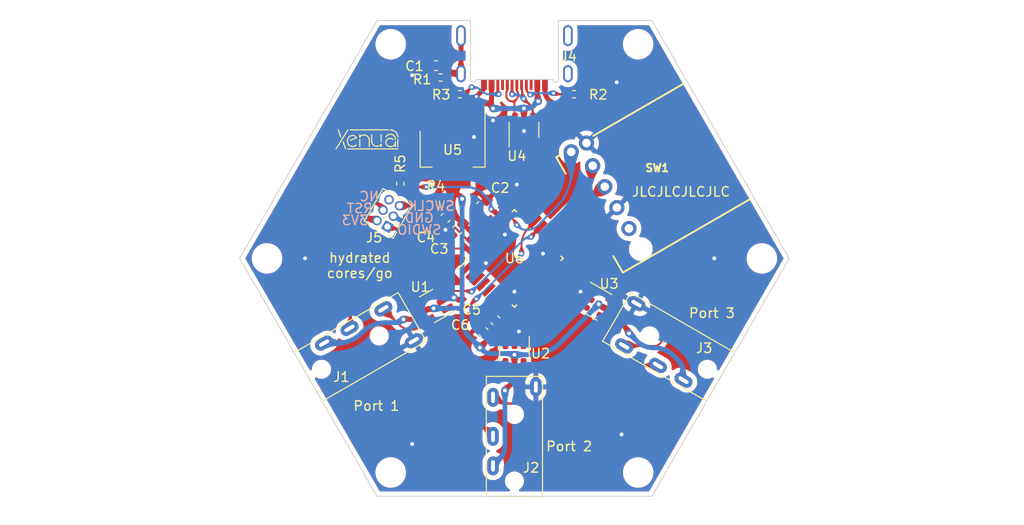
<source format=kicad_pcb>
(kicad_pcb (version 20211014) (generator pcbnew)

  (general
    (thickness 1.6)
  )

  (paper "A4")
  (layers
    (0 "F.Cu" signal)
    (31 "B.Cu" signal)
    (32 "B.Adhes" user "B.Adhesive")
    (33 "F.Adhes" user "F.Adhesive")
    (34 "B.Paste" user)
    (35 "F.Paste" user)
    (36 "B.SilkS" user "B.Silkscreen")
    (37 "F.SilkS" user "F.Silkscreen")
    (38 "B.Mask" user)
    (39 "F.Mask" user)
    (40 "Dwgs.User" user "User.Drawings")
    (41 "Cmts.User" user "User.Comments")
    (42 "Eco1.User" user "User.Eco1")
    (43 "Eco2.User" user "User.Eco2")
    (44 "Edge.Cuts" user)
    (45 "Margin" user)
    (46 "B.CrtYd" user "B.Courtyard")
    (47 "F.CrtYd" user "F.Courtyard")
    (48 "B.Fab" user)
    (49 "F.Fab" user)
    (50 "User.1" user)
    (51 "User.2" user)
    (52 "User.3" user)
    (53 "User.4" user)
    (54 "User.5" user)
    (55 "User.6" user)
    (56 "User.7" user)
    (57 "User.8" user)
    (58 "User.9" user)
  )

  (setup
    (stackup
      (layer "F.SilkS" (type "Top Silk Screen"))
      (layer "F.Paste" (type "Top Solder Paste"))
      (layer "F.Mask" (type "Top Solder Mask") (thickness 0.01))
      (layer "F.Cu" (type "copper") (thickness 0.035))
      (layer "dielectric 1" (type "core") (thickness 1.51) (material "FR4") (epsilon_r 4.5) (loss_tangent 0.02))
      (layer "B.Cu" (type "copper") (thickness 0.035))
      (layer "B.Mask" (type "Bottom Solder Mask") (thickness 0.01))
      (layer "B.Paste" (type "Bottom Solder Paste"))
      (layer "B.SilkS" (type "Bottom Silk Screen"))
      (copper_finish "None")
      (dielectric_constraints no)
    )
    (pad_to_mask_clearance 0)
    (pcbplotparams
      (layerselection 0x00010fc_ffffffff)
      (disableapertmacros false)
      (usegerberextensions false)
      (usegerberattributes true)
      (usegerberadvancedattributes true)
      (creategerberjobfile true)
      (svguseinch false)
      (svgprecision 6)
      (excludeedgelayer true)
      (plotframeref false)
      (viasonmask false)
      (mode 1)
      (useauxorigin false)
      (hpglpennumber 1)
      (hpglpenspeed 20)
      (hpglpendiameter 15.000000)
      (dxfpolygonmode true)
      (dxfimperialunits true)
      (dxfusepcbnewfont true)
      (psnegative false)
      (psa4output false)
      (plotreference true)
      (plotvalue true)
      (plotinvisibletext false)
      (sketchpadsonfab false)
      (subtractmaskfromsilk false)
      (outputformat 1)
      (mirror false)
      (drillshape 1)
      (scaleselection 1)
      (outputdirectory "")
    )
  )

  (net 0 "")
  (net 1 "Net-(C1-Pad1)")
  (net 2 "GND")
  (net 3 "Net-(C2-Pad2)")
  (net 4 "+3V3")
  (net 5 "Net-(J1-PadR1)")
  (net 6 "Net-(J1-PadR2)")
  (net 7 "Net-(J2-PadR1)")
  (net 8 "Net-(J2-PadR2)")
  (net 9 "Net-(J3-PadR1)")
  (net 10 "Net-(J3-PadR2)")
  (net 11 "/SWDIO")
  (net 12 "/RST")
  (net 13 "/SWCLK")
  (net 14 "unconnected-(J5-Pad6)")
  (net 15 "Net-(J4-PadA5)")
  (net 16 "Net-(J4-PadB5)")
  (net 17 "/P1_SCL")
  (net 18 "/P1_SDA")
  (net 19 "/P2_SCL")
  (net 20 "/P2_SDA")
  (net 21 "/P3_SCL")
  (net 22 "/P3_SDA")
  (net 23 "/USBD-")
  (net 24 "/USBD+")
  (net 25 "/DP")
  (net 26 "VBUS")
  (net 27 "/DM")
  (net 28 "unconnected-(U6-Pad1)")
  (net 29 "unconnected-(U6-Pad2)")
  (net 30 "unconnected-(U6-Pad3)")
  (net 31 "unconnected-(U6-Pad4)")
  (net 32 "unconnected-(U6-Pad7)")
  (net 33 "unconnected-(U6-Pad8)")
  (net 34 "unconnected-(U6-Pad13)")
  (net 35 "unconnected-(U6-Pad14)")
  (net 36 "unconnected-(U6-Pad15)")
  (net 37 "unconnected-(U6-Pad16)")
  (net 38 "unconnected-(U6-Pad5)")
  (net 39 "unconnected-(U6-Pad27)")
  (net 40 "unconnected-(J4-PadA8)")
  (net 41 "unconnected-(J4-PadB8)")
  (net 42 "/SW1")
  (net 43 "/SW_A")
  (net 44 "/SW_B")
  (net 45 "unconnected-(U6-Pad6)")

  (footprint "Package_TO_SOT_SMD:SOT-23-6" (layer "F.Cu") (at 187 52 -150))

  (footprint "pj320a:Jack_3.5mm_PJ320A_Horizontal" (layer "F.Cu") (at 175.229681 58.65 30))

  (footprint "MountingHole:MountingHole_2.2mm_M2_DIN965" (layer "F.Cu") (at 208.5 69.5))

  (footprint "Package_TO_SOT_SMD:SOT-23-6" (layer "F.Cu") (at 195.5 57 -90))

  (footprint "MountingHole:MountingHole_2.2mm_M2_DIN965" (layer "F.Cu") (at 182.5 24.5))

  (footprint "Resistor_SMD:R_0402_1005Metric_Pad0.72x0.64mm_HandSolder" (layer "F.Cu") (at 187.25 41.1525 -90))

  (footprint "Resistor_SMD:R_0402_1005Metric_Pad0.72x0.64mm_HandSolder" (layer "F.Cu") (at 189.75 29.75))

  (footprint "Capacitor_SMD:C_0603_1608Metric_Pad1.08x0.95mm_HandSolder" (layer "F.Cu") (at 192.25 54.75 135))

  (footprint "MountingHole:MountingHole_2.2mm_M2_DIN965" (layer "F.Cu") (at 208.5 24.5))

  (footprint "Capacitor_SMD:C_0603_1608Metric_Pad1.08x0.95mm_HandSolder" (layer "F.Cu") (at 189.5 44 -135))

  (footprint "Package_TO_SOT_SMD:SOT-23-6" (layer "F.Cu") (at 196.5 33.5 90))

  (footprint "MountingHole:MountingHole_2.2mm_M2_DIN965" (layer "F.Cu") (at 169.5 47))

  (footprint "Resistor_SMD:R_0402_1005Metric_Pad0.72x0.64mm_HandSolder" (layer "F.Cu") (at 201.75 29.75))

  (footprint "Capacitor_SMD:C_0603_1608Metric_Pad1.08x0.95mm_HandSolder" (layer "F.Cu") (at 187.25 26.75 180))

  (footprint "Capacitor_SMD:C_0603_1608Metric_Pad1.08x0.95mm_HandSolder" (layer "F.Cu") (at 192 41.5 -135))

  (footprint "Resistor_SMD:R_0402_1005Metric_Pad0.72x0.64mm_HandSolder" (layer "F.Cu") (at 187.75 28 180))

  (footprint "xenua:USB_C_Receptacle_GCT_USB4510" (layer "F.Cu") (at 195.5 22 180))

  (footprint "pj320a:Jack_3.5mm_PJ320A_Horizontal" (layer "F.Cu") (at 215.770319 58.65 150))

  (footprint "pj320a:Jack_3.5mm_PJ320A_Horizontal" (layer "F.Cu") (at 195.5 70.4 90))

  (footprint "xenua:EVQWGD001" (layer "F.Cu") (at 210.5 37.75 30))

  (footprint "xenua:sig" (layer "F.Cu") (at 176.75 35.5))

  (footprint "Package_QFP:TQFP-32_7x7mm_P0.8mm" (layer "F.Cu") (at 195.5 47 45))

  (footprint "Package_TO_SOT_SMD:SOT-223-3_TabPin2" (layer "F.Cu") (at 189 35.5 -90))

  (footprint "Capacitor_SMD:C_0603_1608Metric_Pad1.08x0.95mm_HandSolder" (layer "F.Cu") (at 188.25 42.75 -135))

  (footprint "Connector_PinHeader_1.27mm:PinHeader_2x03_P1.27mm_Vertical" (layer "F.Cu") (at 182.153766 43.666683 150))

  (footprint "MountingHole:MountingHole_2.2mm_M2_DIN965" (layer "F.Cu") (at 182.5 69.5))

  (footprint "Resistor_SMD:R_0402_1005Metric_Pad0.72x0.64mm_HandSolder" (layer "F.Cu") (at 183.5 39.1525 90))

  (footprint "Package_TO_SOT_SMD:SOT-23-6" (layer "F.Cu") (at 204.25 51.75 -30))

  (footprint "MountingHole:MountingHole_2.2mm_M2_DIN965" (layer "F.Cu") (at 221.5 47))

  (footprint "Capacitor_SMD:C_0603_1608Metric_Pad1.08x0.95mm_HandSolder" (layer "F.Cu") (at 193.5 53.5 135))

  (gr_line (start 195.5 28.3) (end 196.5 28.3) (layer "Dwgs.User") (width 0.15) (tstamp 31bd80de-4bb5-4c77-a663-2affc4147372))
  (gr_line (start 195.5 28.3) (end 194.5 28.3) (layer "Dwgs.User") (width 0.15) (tstamp 944dbd01-505d-494d-9f63-f2c8bd1db418))
  (gr_line (start 224.368 47) (end 209.934 72) (layer "Edge.Cuts") (width 0.1) (tstamp 0743bc59-afe2-4752-9e56-a24822d18aaa))
  (gr_line (start 181.066 22) (end 166.632 47) (layer "Edge.Cuts") (width 0.1) (tstamp 473ddb9d-3e9e-4912-a8c3-fb5b4dbbf8df))
  (gr_line (start 200.12 22) (end 209.934 22) (layer "Edge.Cuts") (width 0.1) (tstamp a6571e26-fdcf-48c3-8604-da94c9af25e8))
  (gr_line (start 181.066 72) (end 209.934 72) (layer "Edge.Cuts") (width 0.1) (tstamp c8afab4b-9964-4341-bc31-892e7e579723))
  (gr_line (start 224.368 47) (end 209.934 22) (layer "Edge.Cuts") (width 0.1) (tstamp dd35352e-d89e-484d-bef8-bac58c66a85a))
  (gr_line (start 166.632 47) (end 181.066 72) (layer "Edge.Cuts") (width 0.1) (tstamp ee989edf-8027-449d-bb77-fbb7e3e7649d))
  (gr_line (start 181.066 22) (end 190.88 22) (layer "Edge.Cuts") (width 0.1) (tstamp f46c70dd-2f86-4294-a0b2-5b136aa818ef))
  (gr_text "SWDIO" (at 185.5 44) (layer "B.SilkS") (tstamp 442e4c29-3088-41af-8517-f77d31721da9)
    (effects (font (size 1 1) (thickness 0.15)) (justify mirror))
  )
  (gr_text "SWCLK" (at 186.75 41.5) (layer "B.SilkS") (tstamp 514ecc23-0675-43eb-a8d8-133ff14e129f)
    (effects (font (size 1 1) (thickness 0.15)) (justify mirror))
  )
  (gr_text "NC" (at 180.25 40.5) (layer "B.SilkS") (tstamp 66c12b4d-c7e0-46d7-811d-ed920ffd0fcb)
    (effects (font (size 1 1) (thickness 0.15)) (justify mirror))
  )
  (gr_text "3V3" (at 178.75 43) (layer "B.SilkS") (tstamp 904edd67-bb0e-43ec-aab9-09bb8c3ed308)
    (effects (font (size 1 1) (thickness 0.15)) (justify mirror))
  )
  (gr_text "RST" (at 179.25 41.75) (layer "B.SilkS") (tstamp 93a05501-3df3-4f42-bfbe-c8be236c01f8)
    (effects (font (size 1 1) (thickness 0.15)) (justify mirror))
  )
  (gr_text "GND" (at 185.5 42.75) (layer "B.SilkS") (tstamp c704fc12-5f0d-4b46-b051-2850536bd319)
    (effects (font (size 1 1) (thickness 0.15)) (justify mirror))
  )
  (gr_text "JLCJLCJLCJLC" (at 213 40) (layer "F.SilkS") (tstamp 3cff9632-c0d1-423d-b7ef-7c7f7b70ce8b)
    (effects (font (size 1 1) (thickness 0.15)))
  )
  (gr_text "Port 3" (at 216.25 52.75) (layer "F.SilkS") (tstamp 5766246d-539d-4256-86a4-9f8349610f84)
    (effects (font (size 1 1) (thickness 0.15)))
  )
  (gr_text "hydrated\ncores/go" (at 179.25 47.75) (layer "F.SilkS") (tstamp 7aeda96c-46b8-4006-b414-502a4fefdd07)
    (effects (font (size 1 1) (thickness 0.15)))
  )
  (gr_text "Port 2" (at 201.25 66.75) (layer "F.SilkS") (tstamp 9148d79b-a1b9-4ec5-ae49-7b2d5d0299a9)
    (effects (font (size 1 1) (thickness 0.15)))
  )
  (gr_text "Port 1" (at 181 62.5) (layer "F.SilkS") (tstamp e577fdcc-c176-4b4b-a228-e30f5b47f147)
    (effects (font (size 1 1) (thickness 0.15)))
  )

  (segment (start 189.030342 27.6) (end 189.42125 27.6) (width 0.5) (layer "F.Cu") (net 1) (tstamp 3f1b46a9-de00-44b6-b302-95ba5d4fc7be))
  (segment (start 189.88 27.14125) (end 189.88 23.6) (width 0.5) (layer "F.Cu") (net 1) (tstamp 8ef27395-8f02-4464-91f7-6df2b86cc43f))
  (segment (start 188.5475 27.8) (end 188.3475 28) (width 0.5) (layer "F.Cu") (net 1) (tstamp a8438cf0-2b94-4a9d-8963-c8f4621cc31d))
  (segment (start 188.638114 27.275614) (end 188.1125 26.75) (width 0.5) (layer "F.Cu") (net 1) (tstamp d354ecac-b3bc-4fed-903e-10d10882139b))
  (arc (start 189.42125 27.6) (mid 189.42125 27.6) (end 189.42125 27.6) (width 0.5) (layer "F.Cu") (net 1) (tstamp 0208dcec-5844-41d6-8382-4437ac8ac82d))
  (arc (start 188.638114 27.275614) (mid 188.99742 27.515694) (end 189.42125 27.6) (width 0.5) (layer "F.Cu") (net 1) (tstamp 1569382e-a4f5-4166-a19c-b78580f8c980))
  (arc (start 189.42125 27.6) (mid 189.745635 27.465635) (end 189.88 27.14125) (width 0.5) (layer "F.Cu") (net 1) (tstamp 291e4200-f3c9-4b61-8158-17e8c4424a24))
  (arc (start 189.030342 27.6) (mid 188.769029 27.651978) (end 188.5475 27.8) (width 0.5) (layer "F.Cu") (net 1) (tstamp 933a17ae-06d4-4de3-aae1-d3835cc0d957))
  (arc (start 189.88 27.14125) (mid 189.745635 27.465635) (end 189.42125 27.6) (width 0.5) (layer "F.Cu") (net 1) (tstamp a2ead14b-89a8-4438-a7df-7876de28e69a))
  (segment (start 200.065685 30.75) (end 201.327503 30.75) (width 0.5) (layer "F.Cu") (net 2) (tstamp 01243b79-c596-4665-b7e4-e03ed5e2d85b))
  (segment (start 188.25 44) (end 188.849188 44.599188) (width 0.5) (layer "F.Cu") (net 2) (tstamp 03719843-5435-4291-8e92-d5b393806fb9))
  (segment (start 187.64012 43.375) (end 187.64012 43.60988) (width 0.5) (layer "F.Cu") (net 2) (tstamp 11dc4169-9f40-4605-8579-68c147f18d6b))
  (segment (start 202.3475 29.95125) (end 202.3475 29.75) (width 0.5) (layer "F.Cu") (net 2) (tstamp 13ec963b-04ef-4bfa-98f2-89920e941ff9))
  (segment (start 195.5 50.5) (end 195.835786 50.5) (width 0.5) (layer "F.Cu") (net 2) (tstamp 19231caf-260d-414a-8f99-844fa96fa85d))
  (segment (start 191.3 32.4) (end 191.3 34.164644) (width 0.5) (layer "F.Cu") (net 2) (tstamp 1ef98e3c-1ed0-4ea3-997b-56d6e4637e06))
  (segment (start 203.083322 51.133822) (end 202.4495 50.5) (width 0.5) (layer "F.Cu") (net 2) (tstamp 215ce0f6-5af5-4b67-ae69-b288192d34e1))
  (segment (start 188.875 44.60988) (end 188.89012 44.60988) (width 0.5) (layer "F.Cu") (net 2) (tstamp 3a447120-bb13-4c44-a114-ff648619224b))
  (segment (start 191.64012 54.14012) (end 191.34012 54.14012) (width 0.5) (layer "F.Cu") (net 2) (tstamp 4301754c-6d5d-4383-afc6-8c9a9e772a4c))
  (segment (start 191.35 32.35) (end 192.993933 32.35) (width 0.5) (layer "F.Cu") (net 2) (tstamp 55f1c4af-adb5-49e0-ace7-9fc384f5d29d))
  (segment (start 194.5 44.5) (end 194.032843 44.5) (width 0.5) (layer "F.Cu") (net 2) (tstamp 671095b0-ed5a-4ae7-ac85-9ee83cba59d8))
  (segment (start 187.650811 43.400811) (end 188.25 44) (width 0.5) (layer "F.Cu") (net 2) (tstamp 6fc9f2c2-bef9-48e2-9027-eb42ac7b78fe))
  (segment (start 193.25 32.5) (end 193.175 32.425) (width 0.5) (layer "F.Cu") (net 2) (tstamp 76bbad38-00e2-41b2-9ddd-aff8d95e873f))
  (segment (start 193.235356 44.16967) (end 192.777639 43.711953) (width 0.5) (layer "F.Cu") (net 2) (tstamp 844267ab-0c59-45ad-9cf9-19c1e73a2831))
  (segment (start 191.3 32.414644) (end 191.3 32.4) (width 0.5) (layer "F.Cu") (net 2) (tstamp 86b0791e-e64d-41a6-9b4e-9b2d1dee1dac))
  (segment (start 192.3 28.975244) (end 192.3 28.75) (width 0.5) (layer "F.Cu") (net 2) (tstamp 8732a11f-3ef6-4396-b98d-830ac6bfa2c8))
  (segment (start 198.7 29.384314) (end 198.7 28.75) (width 0.5) (layer "F.Cu") (net 2) (tstamp 89e4cfba-750c-4083-acc4-ed21bb6833df))
  (segment (start 188.517086 51.119622) (end 189.130378 51.119622) (width 0.5) (layer "F.Cu") (net 2) (tstamp 976eff56-3816-452d-9c77-d211b78adaef))
  (segment (start 188.140918 51.275436) (end 187.985104 51.43125) (width 0.5) (layer "F.Cu") (net 2) (tstamp 9821fdbc-a1cd-4bf4-b25b-5f699978c34b))
  (segment (start 191.275 34.225) (end 191.25 34.25) (width 0.5) (layer "F.Cu") (net 2) (tstamp 9a5c3670-eaa7-4dcf-9286-43ba42ac67e7))
  (segment (start 196.5 33.6245) (end 196.5 34.6375) (width 0.5) (layer "F.Cu") (net 2) (tstamp a3af9b14-6380-4eca-a818-510262168f6c))
  (segment (start 203.197823 51.18125) (end 203.264896 51.18125) (width 0.5) (layer "F.Cu") (net 2) (tstamp a6e977e2-d6fd-497d-8dbf-799018d7fc04))
  (segment (start 202.205194 30.294805) (end 202.04875 30.45125) (width 0.5) (layer "F.Cu") (net 2) (tstamp a945a064-87fa-4c73-a3a4-1a959dcf5758))
  (segment (start 192.60988 40.89012) (end 192.85988 40.89012) (width 0.5) (layer "F.Cu") (net 2) (tstamp b9c85551-8712-46b2-8570-ce78df9e2527))
  (segment (start 195.5 55.473111) (end 195.5 55.8625) (width 0.5) (layer "F.Cu") (net 2) (tstamp bd5982a1-f298-433e-aa00-1ad636989dff))
  (segment (start 196.409009 50.737436) (end 197.09099 51.419417) (width 0.5) (layer "F.Cu") (net 2) (tstamp cb6c4e8c-26d9-4358-bd61-00ae2e9a6b1a))
  (segment (start 191.5 30.000489) (end 192.140728 29.35976) (width 0.5) (layer "F.Cu") (net 2) (tstamp d2070829-6614-4d36-90ec-2c8dd2f421fd))
  (segment (start 191.275 32.475) (end 191.25 32.5) (width 0.5) (layer "F.Cu") (net 2) (tstamp e8fa3293-2de2-4a5a-9283-356607904c7c))
  (segment (start 195.964813 54.679626) (end 195.732406 54.912032) (width 0.5) (layer "F.Cu") (net 2) (tstamp fae566e4-cd29-42fd-a0cf-1046552b93b0))
  (via (at 216.5 47) (size 0.8) (drill 0.4) (layers "F.Cu" "B.Cu") (free) (net 2) (tstamp 03236581-83d5-46f9-9b92-dfba08a17e3e))
  (via (at 191.25 34.25) (size 0.8) (drill 0.4) (layers "F.Cu" "B.Cu") (net 2) (tstamp 1c4bf035-050b-405c-bea5-ceb3db0151fd))
  (via (at 195.964813 54.679626) (size 0.8) (drill 0.4) (layers "F.Cu" "B.Cu") (net 2) (tstamp 2eb2e4d3-f2ce-4f29-9070-1c4837a13861))
  (via (at 188.25 44) (size 0.8) (drill 0.4) (layers "F.Cu" "B.Cu") (net 2) (tstamp 2fe521ff-d6d1-4c05-8296-4c946423024c))
  (via (at 194.5 44.5) (size 0.8) (drill 0.4) (layers "F.Cu" "B.Cu") (free) (net 2) (tstamp 3b4c2257-f4dd-4ad9-b415-910c47910fb8))
  (via (at 192.5 47.5) (size 0.8) (drill 0.4) (layers "F.Cu" "B.Cu") (free) (net 2) (tstamp 43044d53-b707-4d3a-afb5-42d6b6af2e7c))
  (via (at 195.5 50.5) (size 0.8) (drill 0.4) (layers "F.Cu" "B.Cu") (free) (net 2) (tstamp 6431d07b-1cc3-48bf-98c9-a73b1e3fc17b))
  (via (at 173.5 47) (size 0.8) (drill 0.4) (layers "F.Cu" "B.Cu") (free) (net 2) (tstamp 841a072b-b3fa-45b8-a76b-f9a5c81a1364))
  (via (at 191.5 30.000489) (size 0.6) (drill 0.3) (layers "F.Cu" "B.Cu") (net 2) (tstamp 91f3669f-b5e2-4adf-afb0-e37eed958e60))
  (via (at 202.4495 50.5) (size 0.8) (drill 0.4) (layers "F.Cu" "B.Cu") (net 2) (tstamp 9707b9bf-a5fc-4e09-aebe-5bc06e829499))
  (via (at 206.75 65.5) (size 0.8) (drill 0.4) (layers "F.Cu" "B.Cu") (free) (net 2) (tstamp adb90deb-6853-4230-a382-6c8831b3f4f3))
  (via (at 198.5 46.5) (size 0.8) (drill 0.4) (layers "F.Cu" "B.Cu") (free) (net 2) (tstamp b439546a-c621-4887-b3aa-bc0ca20da5cb))
  (via (at 189.130378 51.119622) (size 0.8) (drill 0.4) (layers "F.Cu" "B.Cu") (net 2) (tstamp b6eda8ee-c639-4010-a71e-f418426c448a))
  (via (at 195.75 39.25) (size 0.8) (drill 0.4) (layers "F.Cu" "B.Cu") (free) (net 2) (tstamp bc4305ae-ca06-4789-823d-45aef5e290e2))
  (via (at 184.75 27.75) (size 0.8) (drill 0.4) (layers "F.Cu" "B.Cu") (free) (net 2) (tstamp c490a0cc-a139-4ae9-b6ad-1f989dec564b))
  (via (at 193.25 32.5) (size 0.8) (drill 0.4) (layers "F.Cu" "B.Cu") (net 2) (tstamp c569fb6a-628e-48b4-805b-d04f577f815a))
  (via (at 196.5 33.6245) (size 0.8) (drill 0.4) (layers "F.Cu" "B.Cu") (net 2) (tstamp d52eb3e6-c3f0-4f18-ac0b-40f1f9e6fd5e))
  (via (at 206.25 28.5) (size 0.8) (drill 0.4) (layers "F.Cu" "B.Cu") (free) (net 2) (tstamp f0d4f2d5-ebc4-472c-9ad0-46e60ab32a6a))
  (via (at 184.75 66.5) (size 0.8) (drill 0.4) (layers "F.Cu" "B.Cu") (free) (net 2) (tstamp fd8cd4a1-8cce-4033-93c0-c4b68cc71c6b))
  (arc (start 191.3 32.4) (mid 191.3 32.4) (end 191.3 32.4) (width 0.5) (layer "F.Cu") (net 2) (tstamp 1a1da3ab-0792-420a-a2dd-c670f9cd52e8))
  (arc (start 187.64012 43.375) (mid 187.642898 43.388968) (end 187.650811 43.400811) (width 0.5) (layer "F.Cu") (net 2) (tstamp 1d2d8ec8-1f1b-4d06-9a35-eff8e386bdb8))
  (arc (start 199.1 30.35) (mid 199.54306 30.646043) (end 200.065685 30.75) (width 0.5) (layer "F.Cu") (net 2) (tstamp 22614aba-2c26-4590-8e12-a7a6b6de48de))
  (arc (start 193.235356 44.16967) (mid 193.601246 44.41415) (end 194.032843 44.5) (width 0.5) (layer "F.Cu") (net 2) (tstamp 35e60fa0-27cf-4d0e-8bab-b364400c08c0))
  (arc (start 193.175 32.425) (mid 193.091925 32.369491) (end 192.993933 32.35) (width 0.5) (layer "F.Cu") (net 2) (tstamp 401b5a0c-f502-4551-9d61-fa50a303707e))
  (arc (start 187.64012 43.375) (mid 187.64012 43.375) (end 187.64012 43.375) (width 0.5) (layer "F.Cu") (net 2) (tstamp 4c069f0b-8c76-44a0-a999-7bd72a3e8dee))
  (arc (start 202.04875 30.45125) (mid 201.717839 30.672357) (end 201.327503 30.75) (width 0.5) (layer "F.Cu") (net 2) (tstamp 578f33ff-8d12-4136-bb61-e55b7655fa5b))
  (arc (start 188.517086 51.119622) (mid 188.313505 51.160116) (end 188.140918 51.275436) (width 0.5) (layer "F.Cu") (net 2) (tstamp 5e27f565-c85a-4f3b-9862-58c0accdd5e3))
  (arc (start 188.849188 44.599188) (mid 188.86103 44.607101) (end 188.875 44.60988) (width 0.5) (layer "F.Cu") (net 2) (tstamp 664ea685-f665-4315-aadf-581a656f41df))
  (arc (start 203.083322 51.133822) (mid 203.135855 51.168923) (end 203.197823 51.18125) (width 0.5) (layer "F.Cu") (net 2) (tstamp 7d3a9372-4f99-452e-9767-51a31df66106))
  (arc (start 192.3 28.975244) (mid 192.258606 29.183342) (end 192.140728 29.35976) (width 0.5) (layer "F.Cu") (net 2) (tstamp 9050328c-80d1-449f-94a8-27658961ba9d))
  (arc (start 191.3 34.164644) (mid 191.293502 34.197308) (end 191.275 34.225) (width 0.5) (layer "F.Cu") (net 2) (tstamp 92822296-9b31-4c78-bfe1-2dc7c2e425bc))
  (arc (start 202.3475 29.95125) (mid 202.310515 30.13718) (end 202.205194 30.294805) (width 0.5) (layer "F.Cu") (net 2) (tstamp 99c0b885-9395-4eaa-a204-8d7dea094883))
  (arc (start 195.732406 54.912032) (mid 195.5604 55.169457) (end 195.5 55.473111) (width 0.5) (layer "F.Cu") (net 2) (tstamp 9d2af601-5327-4706-9acb-978b65e95af5))
  (arc (start 191.3 32.414644) (mid 191.293502 32.447308) (end 191.275 32.475) (width 0.5) (layer "F.Cu") (net 2) (tstamp a3a9b316-86eb-411d-82d0-37407c2e4142))
  (arc (start 196.409009 50.737436) (mid 196.146012 50.561707) (end 195.835786 50.5) (width 0.5) (layer "F.Cu") (net 2) (tstamp ac0e5582-f44c-4bc2-8ae7-2c3f1115fb00))
  (arc (start 198.7 29.384314) (mid 198.803956 29.906939) (end 199.1 30.35) (width 0.5) (layer "F.Cu") (net 2) (tstamp bf3524aa-7451-4bff-a4df-53f0aa1c0aeb))
  (arc (start 191.3 32.4) (mid 191.314644 32.364644) (end 191.35 32.35) (width 0.5) (layer "F.Cu") (net 2) (tstamp d0060422-f68b-4ffa-bca8-6f70dc4f862d))
  (arc (start 191.35 32.35) (mid 191.314644 32.364644) (end 191.3 32.4) (width 0.5) (layer "F.Cu") (net 2) (tstamp e315fb88-f764-4ec7-a92b-006692d5e26f))
  (segment (start 191.801036 43.866722) (end 192.211953 44.277639) (width 0.3) (layer "F.Cu") (net 3) (tstamp 1bd98adf-6059-495f-94b7-9f4ef4e778fb))
  (segment (start 191.39012 42.874682) (end 191.39012 42.10988) (width 0.3) (layer "F.Cu") (net 3) (tstamp 22f790b9-c1d9-412d-ac0e-7bd254369216))
  (arc (start 191.39012 42.874682) (mid 191.496913 43.41157) (end 191.801036 43.866722) (width 0.3) (layer "F.Cu") (net 3) (tstamp e2349eb5-0f2d-4c2a-b154-1cfe1ab9cd91))
  (segment (start 189.48488 42.76512) (end 188.92994 42.21018) (width 0.5) (layer "F.Cu") (net 4) (tstamp 0376f97d-4fda-40e2-8ae7-be256dd0b17a))
  (segment (start 205.193281 52.31875) (end 205.049712 52.31875) (width 0.5) (layer "F.Cu") (net 4) (tstamp 04cd1be7-98f7-4cec-9bc2-093fcec1606d))
  (segment (start 189 39.2) (end 189 41.90092) (width 0.5) (layer "F.Cu") (net 4) (tstamp 04d8fd5a-af67-40da-a8c2-f7fab9d79c3b))
  (segment (start 205.193281 52.31875) (end 205.276927 52.31875) (width 0.5) (layer "F.Cu") (net 4) (tstamp 09321bf4-1ea1-49b5-b1f9-ac29d6606a74))
  (segment (start 191.875 56.375) (end 192.849188 55.400811) (width 0.5) (layer "F.Cu") (net 4) (tstamp 1d81386a-c764-455e-a123-419b6cfd4065))
  (segment (start 191.604676 44.843324) (end 191.646268 44.843324) (width 0.5) (layer "F.Cu") (net 4) (tstamp 23bdbd44-4a30-4d2c-b3c5-4d4dfb6ad7d1))
  (segment (start 185.85552 52.728124) (end 185.590147 52.993498) (width 0.5) (layer "F.Cu") (net 4) (tstamp 32dcc70a-1e38-4dff-8bd2-7fe6cd7ba6cd))
  (segment (start 194.734879 53.484879) (end 193.48488 54.73488) (width 0.5) (layer "F.Cu") (net 4) (tstamp 3742a313-c63e-4807-a7bf-be5a0ae2c781))
  (segment (start 195.5 58.644) (end 195.5 59.168393) (width 0.5) (layer "F.Cu") (net 4) (tstamp 37df637f-662f-40f0-adc0-7d1db39f5ebd))
  (segment (start 189 38.1) (end 189 32.35) (width 0.5) (layer "F.Cu") (net 4) (tstamp 37ffdb94-6f74-4094-8d04-8477df25c710))
  (segment (start 187 52.25) (end 186.559036 52.25) (width 0.5) (layer "F.Cu") (net 4) (tstamp 4fd2be35-f3dc-4152-8d6b-941d855e1521))
  (segment (start 186.174271 52.409375) (end 185.85552 52.728124) (width 0.5) (layer "F.Cu") (net 4) (tstamp 5080cf4c-abda-4232-b279-44d0e6b9bde3))
  (segment (start 195.5 57.631) (end 195.5 58.644) (width 0.5) (layer "F.Cu") (net 4) (tstamp 5b867f3d-ce38-4d21-95dd-fe114f76e9dc))
  (segment (start 189.388908 40.138908) (end 190 40.75) (width 0.5) (layer "F.Cu") (net 4) (tstamp 5f0d7789-3d8e-4525-b01d-b4b0497082e8))
  (segment (start 191.533674 44.813914) (end 190.73488 44.01512) (width 0.5) (layer "F.Cu") (net 4) (tstamp 653c887b-6912-4e12-9d5b-b353929ef1fc))
  (segment (start 205.276927 52.31875) (end 205.31875 52.31875) (width 0.5) (layer "F.Cu") (net 4) (tstamp 6a1464e6-525c-4f06-8066-5df619f0f8e1))
  (segment (start 180.700361 43.031683) (end 181.053914 43.031683) (width 0.5) (layer "F.Cu") (net 4) (tstamp 6eae3b60-1582-4df7-b905-1c27d01dafb7))
  (segment (start 194.734879 53.484879) (end 196.131897 52.087862) (width 0.5) (layer "F.Cu") (net 4) (tstamp 83428e0e-6169-45e1-8979-696ca9eea4f3))
  (segment (start 204.357821 51.81225) (end 204.733229 52.187658) (width 0.5) (layer "F.Cu") (net 4) (tstamp 87595e44-a48a-4a99-85f5-ef2ea90c9e37))
  (segment (start 189 38.1) (end 189 39.2) (width 0.5) (layer "F.Cu") (net 4) (tstamp 89be6ff8-dff7-4df0-876d-d5989d658e36))
  (segment (start 207.5505 54.757262) (end 207.5505 54.880378) (width 0.5) (layer "F.Cu") (net 4) (tstamp 8b5bfda2-79a7-4762-a6d8-16647750378e))
  (segment (start 207.463443 54.547089) (end 205.264677 52.348323) (width 0.5) (layer "F.Cu") (net 4) (tstamp 9e999c9d-e058-4f07-9aa3-a9dc594b76bf))
  (segment (start 188.611091 39.038908) (end 187.3048 40.345199) (width 0.5) (layer "F.Cu") (net 4) (tstamp 9f57eebc-b460-4a82-8171-ddd51d1041fb))
  (segment (start 196.379981 51.985103) (end 196.525305 51.985103) (width 0.5) (layer "F.Cu") (net 4) (tstamp a9eb8cd6-d2df-495d-97f8-cf25705e5da3))
  (segment (start 189.48488 42.76512) (end 190.73488 44.01512) (width 0.5) (layer "F.Cu") (net 4) (tstamp aa52a4ee-249d-4f84-a65a-9c1702b5bb75))
  (segment (start 178.9025 40.592437) (end 178.9025 40.267483) (width 0.5) (layer "F.Cu") (net 4) (tstamp aebfa671-5b50-4c69-8677-95fe12ef826c))
  (segment (start 183.662175 38.65) (end 188.45 38.65) (width 0.5) (layer "F.Cu") (net 4) (tstamp afa47a69-e5a4-42a4-be66-0114bd5c3349))
  (segment (start 180.096808 42.781683) (end 179.606027 42.290902) (width 0.5) (layer "F.Cu") (net 4) (tstamp b2e62c9c-d445-432c-86ff-986b894fa53f))
  (segment (start 187.25 40.4775) (end 187.25 40.555) (width 0.5) (layer "F.Cu") (net 4) (tstamp b42c2237-55bc-47ec-aacd-3cf43e17f2d4))
  (segment (start 195 60.3755) (end 194.5 60.8755) (width 0.5) (layer "F.Cu") (net 4) (tstamp b98b2aa4-f17c-4944-a63b-517efd27344b))
  (segment (start 192.870571 55.349188) (end 193.48488 54.73488) (width 0.5) (layer "F.Cu") (net 4) (tstamp c71cbc25-a226-480e-9120-4c90056547ed))
  (segment (start 183.831753 53.418247) (end 184.564713 53.418247) (width 0.5) (layer "F.Cu") (net 4) (tstamp db128544-f66c-42f4-beb9-1d8c80c15d88))
  (segment (start 180.519983 38.65) (end 183.337824 38.65) (width 0.5) (layer "F.Cu") (net 4) (tstamp e9355b40-9e5c-455b-b1a8-fe00e2b96664))
  (segment (start 195.5 57.631) (end 195.5 57.1245) (width 0.5) (layer "F.Cu") (net 4) (tstamp fa5ea037-1b76-4529-80bf-e23d4b9a0e7b))
  (via (at 207.5505 54.880378) (size 0.8) (drill 0.4) (layers "F.Cu" "B.Cu") (net 4) (tstamp 15841606-09ac-42c9-ac6d-455675705d16))
  (via (at 190 40.75) (size 0.8) (drill 0.4) (layers "F.Cu" "B.Cu") (net 4) (tstamp 1fd275a0-197e-4d60-9ea7-4acf500af443))
  (via (at 191.875 56.375) (size 0.8) (drill 0.4) (layers "F.Cu" "B.Cu") (net 4) (tstamp 386c9c06-9604-4504-9e90-3a42cced6a3c))
  (via (at 195.5 57.1245) (size 0.8) (drill 0.4) (layers "F.Cu" "B.Cu") (net 4) (tstamp 3cf37809-8882-441f-bd8e-11eadeb9b4f2))
  (via (at 194.5 60.8755) (size 0.8) (drill 0.4) (layers "F.Cu" "B.Cu") (net 4) (tstamp 4e3faa3b-685b-4b59-bbf2-b4a54ad2dfc1))
  (via (at 183.831753 53.418247) (size 0.8) (drill 0.4) (layers "F.Cu" "B.Cu") (net 4) (tstamp 60d2675f-2544-4550-ba8e-d0ef2889d24f))
  (via (at 187 52.25) (size 0.8) (drill 0.4) (layers "F.Cu" "B.Cu") (net 4) (tstamp 88c5b4a9-3364-45ea-b9c0-bb33f0271133))
  (via (at 204.357821 51.81225) (size 0.8) (drill 0.4) (layers "F.Cu" "B.Cu") (net 4) (tstamp b9112406-6880-496a-8cf3-329d93d8abc3))
  (arc (start 189 41.90092) (mid 188.981791 41.992457) (end 188.92994 42.07006) (width 0.5) (layer "F.Cu") (net 4) (tstamp 16aa2316-1a67-45e5-b6c4-e59dd85814f4))
  (arc (start 192.870571 55.349188) (mid 192.862658 55.36103) (end 192.85988 55.375) (width 0.5) (layer "F.Cu") (net 4) (tstamp 2b894b8a-c098-4d9d-be0f-2ef41dea274e))
  (arc (start 195.5 59.168393) (mid 195.370054 59.821674) (end 195 60.3755) (width 0.5) (layer "F.Cu") (net 4) (tstamp 2fea3f9c-a97b-4a77-88f7-98b3d8a00622))
  (arc (start 179.37625 39.12375) (mid 179.025623 39.648499) (end 178.9025 40.267483) (width 0.5) (layer "F.Cu") (net 4) (tstamp 3b909fd4-b382-4019-8708-80d1d9a9fe1c))
  (arc (start 183.4525 38.6025) (mid 183.399886 38.637655) (end 183.337824 38.65) (width 0.5) (layer "F.Cu") (net 4) (tstamp 46a20b99-b616-4fa4-af79-eecf92b5c191))
  (arc (start 186.559036 52.25) (mid 186.350802 52.29142) (end 186.174271 52.409375) (width 0.5) (layer "F.Cu") (net 4) (tstamp 5891aa7f-2e48-4492-8db1-d54810991036))
  (arc (start 205.264677 52.348323) (mid 205.23192 52.326435) (end 205.193281 52.31875) (width 0.5) (layer "F.Cu") (net 4) (tstamp 5f8cf0a3-5039-4ac4-8310-e201f8c0505f))
  (arc (start 191.533674 44.813914) (mid 191.566249 44.83568) (end 191.604676 44.843324) (width 0.5) (layer "F.Cu") (net 4) (tstamp 6776c573-26e6-4a02-ab96-18129f258651))
  (arc (start 196.379981 51.985103) (mid 196.245719 52.011809) (end 196.131897 52.087862) (width 0.5) (layer "F.Cu") (net 4) (tstamp 6dfa921c-8a4f-4fcf-a0e7-8718b6271ea9))
  (arc (start 204.733229 52.187658) (mid 204.878432 52.28468) (end 205.049712 52.31875) (width 0.5) (layer "F.Cu") (net 4) (tstamp 7f4b7c2c-9af8-4317-9338-c2a6d8990ded))
  (arc (start 192.85988 55.375) (mid 192.857101 55.388968) (end 192.849188 55.400811) (width 0.5) (layer "F.Cu") (net 4) (tstamp 8ddee80f-a354-4a11-ae03-acb37cf50626))
  (arc (start 180.519983 38.65) (mid 179.900999 38.773123) (end 179.37625 39.12375) (width 0.5) (layer "F.Cu") (net 4) (tstamp 9ba85d0a-e58f-45a8-9d86-ad6c976003b7))
  (arc (start 189 39.2) (mid 188.859364 38.989523) (end 188.611091 39.038908) (width 0.5) (layer "F.Cu") (net 4) (tstamp 9fa51663-d9ff-42d5-ab2b-c96b6768fc7a))
  (arc (start 189 39.2) (mid 189.101073 39.708133) (end 189.388908 40.138908) (width 0.5) (layer "F.Cu") (net 4) (tstamp a067c43d-047d-48ca-a682-5bbb620e3988))
  (arc (start 178.9025 40.592437) (mid 179.08534 41.511639) (end 179.606027 42.290902) (width 0.5) (layer "F.Cu") (net 4) (tstamp ab26a42e-b7f6-4a80-b26c-c01085e448c7))
  (arc (start 205.276927 52.31875) (mid 205.260921 52.329444) (end 205.264677 52.348323) (width 0.5) (layer "F.Cu") (net 4) (tstamp b5de2bf0-583c-45d9-bc5e-15007fe3ede8))
  (arc (start 185.590147 52.993498) (mid 185.119674 53.307858) (end 184.564713 53.418247) (width 0.5) (layer "F.Cu") (net 4) (tstamp bfdbfa5d-af60-4bcb-aaee-563dc6121e2f))
  (arc (start 188.45 38.65) (mid 188.838908 38.488908) (end 189 38.1) (width 0.5) (layer "F.Cu") (net 4) (tstamp d25a1e45-06d1-4c1c-9b3a-0fd8abd0bfed))
  (arc (start 180.096808 42.781683) (mid 180.37372 42.96671) (end 180.700361 43.031683) (width 0.5) (layer "F.Cu") (net 4) (tstamp dbd87a35-3166-440e-a8f0-c71d214a12a6))
  (arc (start 207.463443 54.547089) (mid 207.527874 54.643517) (end 207.5505 54.757262) (width 0.5) (layer "F.Cu") (net 4) (tstamp df1435bb-8018-455d-9925-63e774164119))
  (arc (start 183.5475 38.6025) (mid 183.600113 38.637655) (end 183.662175 38.65) (width 0.5) (layer "F.Cu") (net 4) (tstamp e8558fbd-ea42-43a6-966a-7bd304bdfaad))
  (arc (start 189 39.2) (mid 189 39.2) (end 189 39.2) (width 0.5) (layer "F.Cu") (net 4) (tstamp e8a49c58-e69f-4870-ab15-e73f66a8d02b))
  (arc (start 188.92994 42.07006) (mid 188.90092 42.14012) (end 188.92994 42.21018) (width 0.5) (layer "F.Cu") (net 4) (tstamp ed76cb21-0b5e-4ca2-8075-7e28e38e7199))
  (arc (start 183.5475 38.6025) (mid 183.5 38.582824) (end 183.4525 38.6025) (width 0.5) (layer "F.Cu") (net 4) (tstamp ee3188d0-94cf-4bcc-9f57-e516684fc142))
  (arc (start 188.611091 39.038908) (mid 188.660475 38.790635) (end 188.45 38.65) (width 0.5) (layer "F.Cu") (net 4) (tstamp f61adca3-c1e4-457e-8212-9dc978cabab5))
  (arc (start 187.3048 40.345199) (mid 187.264242 40.405899) (end 187.25 40.4775) (width 0.5) (layer "F.Cu") (net 4) (tstamp fd693e1b-ee8d-4a26-aae0-561ba4b09a82))
  (segment (start 204.357821 51.81225) (end 200.299119 55.870951) (width 0.5) (layer "B.Cu") (net 4) (tstamp 06ce9a2f-62c9-4ebd-81db-3fa9016ba633))
  (segment (start 190 40.75) (end 190 51.125) (width 0.5) (layer "B.Cu") (net 4) (tstamp 06cf9d8c-80ee-474a-9941-3419d77ef170))
  (segment (start 189.625 52.25) (end 187 52.25) (width 0.5) (layer "B.Cu") (net 4) (tstamp 0f2345df-1720-4a1d-8df4-9dea06adef0f))
  (segment (start 194.5 60.8755) (end 194.5 66.666116) (width 0.5) (layer "B.Cu") (net 4) (tstamp 1054d765-304e-44ee-a408-f73ba3541d44))
  (segment (start 191.875 56.375) (end 190.795495 55.295495) (width 0.5) (layer "B.Cu") (net 4) (tstamp 19a9d3b5-5aa1-449e-ab8e-d103756ba404))
  (segment (start 191.875 56.375) (end 192.1875 56.6875) (width 0.5) (layer "B.Cu") (net 4) (tstamp 1c370c68-124e-4b3b-87da-08abf9cdb16f))
  (segment (start 183.665876 53.584123) (end 183.831753 53.418247) (width 0.5) (layer "B.Cu") (net 4) (tstamp 3808ff98-c381-4bc8-9063-5fab6223c5fb))
  (segment (start 179.460514 54.805128) (end 179.38027 54.885373) (width 0.5) (layer "B.Cu") (net 4) (tstamp 3f9a7152-7e4a-4640-b4c9-cab06e70526d))
  (segment (start 192.941941 57) (end 195.287465 57) (width 0.5) (layer "B.Cu") (net 4) (tstamp 41eb36ad-85e7-4f39-8dca-cb50bceb3b2a))
  (segment (start 208.310311 55.640189) (end 207.5505 54.880378) (width 0.5) (layer "B.Cu") (net 4) (tstamp 48c439fd-8a6d-4e60-bfad-1018cdb1bb64))
  (segment (start 190 51.875) (end 190 52.625) (width 0.5) (layer "B.Cu") (net 4) (tstamp 5f74c6fb-337b-40a9-9b79-933f2f30429a))
  (segment (start 210.144657 56.4) (end 210.235061 56.4) (width 0.5) (layer "B.Cu") (net 4) (tstamp 6a72969c-584a-408a-8c75-b04f16c58fd0))
  (segment (start 183.265415 53.75) (end 182.007822 53.75) (width 0.5) (layer "B.Cu") (net 4) (tstamp 8ed34d6f-8f07-44c1-a2a3-f184d6d9a08f))
  (segment (start 195.43775 57.06225) (end 195.5 57.1245) (width 0.5) (layer "B.Cu") (net 4) (tstamp 933a5253-1d0e-4516-b330-14ba65ca36d4))
  (segment (start 190 51.125) (end 190 51.875) (width 0.5) (layer "B.Cu") (net 4) (tstamp a9ad6ea5-8293-424c-89d4-c01baf033429))
  (segment (start 195.5 57.1245) (end 197.272785 57.1245) (width 0.5) (layer "B.Cu") (net 4) (tstamp ab21e7a8-ef62-40a0-a378-209c765cc4bb))
  (segment (start 204.357821 51.81225) (end 204.357821 51.892179) (width 0.5) (layer "B.Cu") (net 4) (tstamp b47a98da-d24c-4742-b64e-3ffd9972ce0f))
  (segment (start 212.715602 57.715602) (end 212.223736 57.223736) (width 0.5) (layer "B.Cu") (net 4) (tstamp b6af3339-77e3-4805-9423-056f5e2a366f))
  (segment (start 213.259678 59.029117) (end 213.259678 59.798557) (width 0.5) (layer "B.Cu") (net 4) (tstamp be23aa73-d1da-4488-a1e1-b3cf08c1510c))
  (segment (start 190 53.375) (end 190 52.625) (width 0.5) (layer "B.Cu") (net 4) (tstamp c60c4acf-3d6f-48da-b735-ac7a7ae5c6f8))
  (segment (start 176.927261 55.901443) (end 175.490322 55.901443) (width 0.5) (layer "B.Cu") (net 4) (tstamp e5ad5b73-1a14-43b4-b264-e78da8de87af))
  (segment (start 193.875 68.175) (end 193.25 68.8) (width 0.5) (layer "B.Cu") (net 4) (tstamp f993d1dc-6946-40ed-b85c-1fb14a3842b8))
  (arc (start 183.665876 53.584123) (mid 183.482143 53.706889) (end 183.265415 53.75) (width 0.5) (layer "B.Cu") (net 4) (tstamp 062fbe79-da43-4e6a-bd6f-509557f2df9b))
  (arc (start 189.625 52.25) (mid 189.890165 52.140165) (end 190 51.875) (width 0.5) (layer "B.Cu") (net 4) (tstamp 226f524c-89b4-46ed-86fd-c8ea41059fd4))
  (arc (start 195.43775 57.06225) (mid 195.368798 57.016178) (end 195.287465 57) (width 0.5) (layer "B.Cu") (net 4) (tstamp 3ce4c631-4e8b-4ee6-a520-34bf7b12880c))
  (arc (start 200.299119 55.870951) (mid 198.910625 56.798713) (end 197.272785 57.1245) (width 0.5) (layer "B.Cu") (net 4) (tstamp 4116bfc2-eab3-4c29-a983-44eacd9f10f5))
  (arc (start 182.007822 53.75) (mid 180.629229 54.024218) (end 179.460514 54.805128) (width 0.5) (layer "B.Cu") (net 4) (tstamp 51320c8c-9c4a-48b8-a7b8-e2c8d1f2e5ad))
  (arc (start 208.310311 55.640189) (mid 209.151916 56.202531) (end 210.144657 56.4) (width 0.5) (layer "B.Cu") (net 4) (tstamp 57e17378-f1f7-42d0-9ad3-fb44c2d5cdc3))
  (arc (start 192.1875 56.6875) (mid 192.53364 56.918783) (end 192.941941 57) (width 0.5) (layer "B.Cu") (net 4) (tstamp 6ae47305-86b3-4e27-b3c6-46e195fdaa6d))
  (arc (start 212.223736 57.223736) (mid 211.311324 56.614082) (end 210.235061 56.4) (width 0.5) (layer "B.Cu") (net 4) (tstamp 704ba6e6-ee13-4d9d-b544-d836a743bdda))
  (arc (start 212.715602 57.715602) (mid 213.118277 58.318247) (end 213.259678 59.029117) (width 0.5) (layer "B.Cu") (net 4) (tstamp 710852c3-85af-44f2-af12-adc5798f2795))
  (arc (start 190 52.625) (mid 189.890165 52.359834) (end 189.625 52.25) (width 0.5) (layer "B.Cu") (net 4) (tstamp 7147b342-4ca8-4694-a1ec-b615c151a5d0))
  (arc (start 190 53.375) (mid 190.206742 54.414364) (end 190.795495 55.295495) (width 0.5) (layer "B.Cu") (net 4) (tstamp 84e154cc-34e9-48ac-ab7e-fc52b3bc90d0))
  (arc (start 179.38027 54.885373) (mid 178.25482 55.637375) (end 176.927261 55.901443) (width 0.5) (layer "B.Cu") (net 4) (tstamp d36e7ed4-f2bc-4d88-86ae-317d3c24af1a))
  (arc (start 194.5 66.666116) (mid 194.337567 67.482718) (end 193.875 68.175) (width 0.5) (layer "B.Cu") (net 4) (tstamp ff203a9b-3d2e-4e1d-a6f0-12d16e5120fb))
  (segment (start 185.896535 53.984834) (end 186.489896 53.391474) (width 0.2) (layer "F.Cu") (net 5) (tstamp 353d10af-18da-4a76-9647-8341271e9bc7))
  (segment (start 183.409096 53.984834) (end 181.725705 52.301443) (width 0.2) (layer "F.Cu") (net 5) (tstamp 9db3c135-a7d1-4169-863d-387a1cae1452))
  (arc (start 183.409096 53.984834) (mid 183.979719 54.366112) (end 184.652816 54.5) (width 0.2) (layer "F.Cu") (net 5) (tstamp 5b5611ee-3a4f-4573-978f-2e48db0ecaf5))
  (arc (start 185.896535 53.984834) (mid 185.325912 54.366112) (end 184.652816 54.5) (width 0.2) (layer "F.Cu") (net 5) (tstamp a57e46ab-4127-4b88-afea-d94b5d7bc928))
  (segment (start 182.144023 50.5) (end 183.412796 50.5) (width 0.2) (layer "F.Cu") (net 6) (tstamp 28735097-78ba-4ee8-81ae-409197c70305))
  (segment (start 184.916883 51.123013) (end 185.539896 51.746026) (width 0.2) (layer "F.Cu") (net 6) (tstamp 53af02fe-5e71-4006-828c-d42765cd6a8f))
  (segment (start 179.337499 51.662499) (end 178.714679 52.28532) (width 0.2) (layer "F.Cu") (net 6) (tstamp c6c2dde5-ac0c-4e64-8327-e95b073235c7))
  (segment (start 178.175 53.588221) (end 178.175 54.351443) (width 0.2) (layer "F.Cu") (net 6) (tstamp f4b1fa00-7406-401d-8a77-cbd0708ac181))
  (arc (start 184.916883 51.123013) (mid 184.226802 50.661915) (end 183.412796 50.5) (width 0.2) (layer "F.Cu") (net 6) (tstamp 037a257a-ceb2-409c-ab24-48a743172dae))
  (arc (start 182.144023 50.5) (mid 180.625143 50.802123) (end 179.337499 51.662499) (width 0.2) (layer "F.Cu") (net 6) (tstamp 3d8571f7-688f-49ac-8d91-22508c277f45))
  (arc (start 178.714679 52.28532) (mid 178.315258 52.883096) (end 178.175 53.588221) (width 0.2) (layer "F.Cu") (net 6) (tstamp c1b73b2b-a0dd-4b0e-8d3d-c3beea420b93))
  (segment (start 193.575 61.925) (end 193.25 61.6) (width 0.25) (layer "F.Cu") (net 7) (tstamp 4eefa2b9-0a99-4c31-a73e-dce3db494272))
  (segment (start 196.45 61.055025) (end 196.45 58.1375) (width 0.25) (layer "F.Cu") (net 7) (tstamp b44709c6-5ba2-4a10-89f2-e6e6dd62901a))
  (segment (start 194.359619 62.25) (end 195.255025 62.25) (width 0.25) (layer "F.Cu") (net 7) (tstamp da11773f-51dd-4c3c-9be6-17f5dce699bf))
  (arc (start 196.1 61.9) (mid 195.712322 62.159037) (end 195.255025 62.25) (width 0.25) (layer "F.Cu") (net 7) (tstamp 45899113-d22e-4a5b-822e-9aca23b124ee))
  (arc (start 196.45 61.055025) (mid 196.359037 61.512322) (end 196.1 61.9) (width 0.25) (layer "F.Cu") (net 7) (tstamp 8527ef2e-5212-4629-b6f5-b0130ab61dab))
  (arc (start 193.575 61.925) (mid 193.934986 62.165535) (end 194.359619 62.25) (width 0.25) (layer "F.Cu") (net 7) (tstamp eecd895d-4aa1-458c-8512-c9957fd00fad))
  (segment (start 194.20625 58.1375) (end 194.55 58.1375) (width 0.25) (layer "F.Cu") (net 8) (tstamp 254f268c-baf2-4dbe-bb24-9eda39397444))
  (segment (start 191.75 63.139339) (end 191.75 61.743763) (width 0.25) (layer "F.Cu") (net 8) (tstamp 2ff79a41-9f22-4fe1-94d5-4ed29213b079))
  (segment (start 193.619432 58.380567) (end 192.80625 59.19375) (width 0.25) (layer "F.Cu") (net 8) (tstamp 5549b63e-a6a1-4dc2-962d-37089633fd05))
  (segment (start 192.5 64.95) (end 193.25 65.7) (width 0.25) (layer "F.Cu") (net 8) (tstamp c273d2f8-f30a-40a7-abbc-97e240c283ea))
  (arc (start 191.75 63.139339) (mid 191.944918 64.119261) (end 192.5 64.95) (width 0.25) (layer "F.Cu") (net 8) (tstamp 40800b4d-424c-4738-8041-4662989d2010))
  (arc (start 192.80625 59.19375) (mid 192.02451 60.363705) (end 191.75 61.743763) (width 0.25) (layer "F.Cu") (net 8) (tstamp 6c715627-9fe9-4566-9325-aed34f2a0ebd))
  (arc (start 194.20625 58.1375) (mid 193.888666 58.200671) (end 193.619432 58.380567) (width 0.25) (layer "F.Cu") (net 8) (tstamp a67b97a6-51fd-4a32-8231-3fd10436b6ab))
  (segment (start 209.107039 53.75) (end 209.719669 53.75) (width 0.2) (layer "F.Cu") (net 9) (tstamp 43122158-74fb-4bff-a206-ea7936e5b044))
  (segment (start 207.155882 52.941804) (end 205.710104 51.496026) (width 0.2) (layer "F.Cu") (net 9) (tstamp 68593248-e9b3-4285-a3d7-62c709eacbc3))
  (segment (start 210.234265 56.198557) (end 207.024295 56.198557) (width 0.2) (layer "F.Cu") (net 9) (tstamp 6b3b47f6-b791-455c-83c8-d68e8001aff5))
  (segment (start 211 55.432822) (end 211 55.03033) (width 0.2) (layer "F.Cu") (net 9) (tstamp eb2a59e5-ee5d-46c4-b8fa-0207a14e1124))
  (arc (start 211 55.432822) (mid 210.941711 55.725856) (end 210.775721 55.974278) (width 0.2) (layer "F.Cu") (net 9) (tstamp 11547ba3-d459-4ced-9333-92979d5b86e1))
  (arc (start 210.775721 55.974278) (mid 210.527299 56.140268) (end 210.234265 56.198557) (width 0.2) (layer "F.Cu") (net 9) (tstamp 3a274653-eff3-4ffe-9be8-2bfd0950af0a))
  (arc (start 210.625 54.125) (mid 210.90254 54.540368) (end 211 55.03033) (width 0.2) (layer "F.Cu") (net 9) (tstamp c1d39a30-006e-4167-9c23-81a57fa0c1bb))
  (arc (start 207.155882 52.941804) (mid 208.05108 53.539956) (end 209.107039 53.75) (width 0.2) (layer "F.Cu") (net 9) (tstamp e746ec00-0dfd-4bc7-b357-6b4860c148ef))
  (arc (start 210.625 54.125) (mid 210.20963 53.847459) (end 209.719669 53.75) (width 0.2) (layer "F.Cu") (net 9) (tstamp fc052ac4-77ec-4901-baf8-c95f94903836))
  (segment (start 204.760104 55.707608) (end 204.760104 53.141474) (width 0.2) (layer "F.Cu") (net 10) (tstamp 09401383-4bc5-4bb2-b306-acda0cda34a5))
  (segment (start 207.301052 58.248557) (end 210.575 58.248557) (width 0.2) (layer "F.Cu") (net 10) (tstamp fbb243d1-c4af-4ee3-acac-1bb87f0b419f))
  (arc (start 204.760104 55.707608) (mid 204.953522 56.679987) (end 205.50433 57.50433) (width 0.2) (layer "F.Cu") (net 10) (tstamp 60628c1f-f7b2-4a4b-be6f-62bc1a819432))
  (arc (start 205.50433 57.50433) (mid 206.328673 58.055138) (end 207.301052 58.248557) (width 0.2) (layer "F.Cu") (net 10) (tstamp 810d1828-323c-409a-960d-456fda8be10a))
  (segment (start 183.186414 43.936414) (end 184.070689 44.820689) (width 0.2) (layer "F.Cu") (net 11) (tstamp 296ebd32-e25d-4bd3-a7a8-b8ebd7e26b00))
  (segment (start 182.535224 43.666683) (end 182.153766 43.666683) (width 0.2) (layer "F.Cu") (net 11) (tstamp 412a2419-90dc-42ae-88f1-174b8684a47f))
  (segment (start 186.856705 45.974695) (end 190.514897 45.974695) (width 0.2) (layer "F.Cu") (net 11) (tstamp ed467a56-dac6-42ac-a9df-e06eb1f09520))
  (arc (start 184.070689 44.820689) (mid 185.348924 45.674778) (end 186.856705 45.974695) (width 0.2) (layer "F.Cu") (net 11) (tstamp 33e40dd5-556d-4de0-ab08-235c61b7ba9f))
  (arc (start 183.186414 43.936414) (mid 182.887645 43.736783) (end 182.535224 43.666683) (width 0.2) (layer "F.Cu") (net 11) (tstamp 3a568413-17bd-4a87-b1ac-928e77fa1b6a))
  (segment (start 181.01266 39.987339) (end 181.125 39.875) (width 0.25) (layer "F.Cu") (net 12) (tstamp 1d8bfe18-97b4-431b-b619-c98b5dd08831))
  (segment (start 183.926776 39.5) (end 186.25 39.5) (width 0.25) (layer "F.Cu") (net 12) (tstamp 2cc05c3e-4cea-4694-9cc8-eef3549fbdf6))
  (segment (start 193.866639 42.580583) (end 193.90901 42.580583) (width 0.2) (layer "F.Cu") (net 12) (tstamp 6357d28d-fcbd-40b7-961f-a7d692fff642))
  (segment (start 193.060275 41.816589) (end 193.794308 42.550622) (width 0.2) (layer "F.Cu") (net 12) (tstamp 7e8c5425-170a-44fc-a23f-552d1e1bb870))
  (segment (start 183.073223 39.5) (end 182.03033 39.5) (width 0.25) (layer "F.Cu") (net 12) (tstamp c89c22d5-1c95-4347-9fc8-14507dc8afbe))
  (segment (start 181.01266 41.255577) (end 181.688914 41.931831) (width 0.25) (layer "F.Cu") (net 12) (tstamp fe9a0052-3899-4299-b133-4f319d90a48e))
  (via (at 186.25 39.5) (size 0.6) (drill 0.3) (layers "F.Cu" "B.Cu") (net 12) (tstamp 35cb45f8-8e80-40e7-b61f-32d6fe788f38))
  (via (at 193.060275 41.816589) (size 0.6) (drill 0.3) (layers "F.Cu" "B.Cu") (net 12) (tstamp 53fa3ef6-0a2b-41d2-b20d-15cb15e969b9))
  (arc (start 181.01266 39.987339) (mid 180.818263 40.278275) (end 180.75 40.621458) (width 0.25) (layer "F.Cu") (net 12) (tstamp 1c7ec62e-d96c-4a0d-ac32-e919b90a3c5b))
  (arc (start 183.926776 39.5) (mid 183.763456 39.532486) (end 183.625 39.625) (width 0.25) (layer "F.Cu") (net 12) (tstamp 2056f16f-2d4a-4f35-8a56-49ab69eeef16))
  (arc (start 183.375 39.625) (mid 183.236543 39.532486) (end 183.073223 39.5) (width 0.25) (layer "F.Cu") (net 12) (tstamp 56b53988-7c92-40d8-a754-683f4429d93e))
  (arc (start 182.03033 39.5) (mid 181.540368 39.597459) (end 181.125 39.875) (width 0.25) (layer "F.Cu") (net 12) (tstamp 82941cb3-7e8d-4836-8b43-647cd4390ab6))
  (arc (start 193.794308 42.550622) (mid 193.827493 42.572796) (end 193.866639 42.580583) (width 0.2) (layer "F.Cu") (net 12) (tstamp 914a2046-646f-4d53-b355-ce2139e25907))
  (arc (start 180.75 40.621458) (mid 180.818263 40.964641) (end 181.01266 41.255577) (width 0.25) (layer "F.Cu") (net 12) (tstamp 9ad8e352-005c-4299-8beb-56f3b58c96b7))
  (arc (start 183.375 39.625) (mid 183.5 39.676776) (end 183.625 39.625) (width 0.25) (layer "F.Cu") (net 12) (tstamp c2079b33-906e-4c67-b0b6-7e228acc166b))
  (segment (start 192.792877 40.792877) (end 192.280137 40.280137) (width 0.25) (layer "B.Cu") (net 12) (tstamp 134ed347-767a-447a-8bdc-ee68e573320f))
  (segment (start 190.396718 39.5) (end 186.25 39.5) (width 0.25) (layer "B.Cu") (net 12) (tstamp 59a59264-674c-4b31-ae89-4b75ccdc5bdb))
  (segment (start 193.060275 41.438432) (end 193.060275 41.816589) (width 0.25) (layer "B.Cu") (net 12) (tstamp a352f24b-907d-4d9a-9eda-3e3aeac4974b))
  (arc (start 192.280137 40.280137) (mid 191.416017 39.702751) (end 190.396718 39.5) (width 0.25) (layer "B.Cu") (net 12) (tstamp 21c9358c-c2dd-4df5-9cfe-ea9bd0b49374))
  (arc (start 192.792877 40.792877) (mid 192.99078 41.08906) (end 193.060275 41.438432) (width 0.25) (layer "B.Cu") (net 12) (tstamp 4266f6dc-b108-467a-bc4a-756158b1a271))
  (segment (start 187.108489 41.608489) (end 187.391511 41.891511) (width 0.2) (layer "F.Cu") (net 13) (tstamp 2f8ebbbf-0f11-4a15-9648-1d28e5593127))
  (segment (start 187.391511 41.891511) (end 190.848349 45.348349) (width 0.2) (layer "F.Cu") (net 13) (tstamp 4d9e031a-b091-4040-b188-0d03a82ddc7c))
  (segment (start 191.080583 45.369796) (end 191.080583 45.330583) (width 0.2) (layer "F.Cu") (net 13) (tstamp 4e37322c-ddea-4cc7-9278-07ecb08ab408))
  (segment (start 186.766851 41.466978) (end 183.423766 41.466978) (width 0.2) (layer "F.Cu") (net 13) (tstamp 6e865588-a65a-410f-b88b-b440369f1ad8))
  (segment (start 190.994796 45.40901) (end 191.041369 45.40901) (width 0.2) (layer "F.Cu") (net 13) (tstamp f166d02e-45db-4db4-87b0-a51c2129893b))
  (arc (start 190.848349 45.348349) (mid 190.915539 45.393244) (end 190.994796 45.40901) (width 0.2) (layer "F.Cu") (net 13) (tstamp 0ba3fcf8-07bd-443d-be28-f69a4ad80df4))
  (arc (start 187.108489 41.608489) (mid 186.951744 41.503755) (end 186.766851 41.466978) (width 0.2) (layer "F.Cu") (net 13) (tstamp 207932d1-3fbf-4bd3-8ef6-a6601aaaae72))
  (arc (start 191.080583 45.369796) (mid 191.069097 45.397524) (end 191.041369 45.40901) (width 0.2) (layer "F.Cu") (net 13) (tstamp d433e10e-a10c-42c7-9409-f756ab1084a2))
  (segment (start 199.784183 29.75) (end 201.1525 29.75) (width 0.2) (layer "F.Cu") (net 15) (tstamp 1d7c71da-391f-4794-bcf7-7424ccf9ce40))
  (segment (start 196.95025 29.599252) (end 197.1505 29.799502) (width 0.2) (layer "F.Cu") (net 15) (tstamp 2f8079db-710c-4859-ad0d-c38afc13e87c))
  (segment (start 196.75 29.115805) (end 196.75 28.75) (width 0.2) (layer "F.Cu") (net 15) (tstamp cd330023-e309-46ff-baed-7143880691a1))
  (segment (start 199.604977 29.645023) (end 199.657465 29.697511) (width 0.2) (layer "F.Cu") (net 15) (tstamp d3a382e9-8106-4e0d-9cd6-0be5d611eeab))
  (via (at 199.604977 29.645023) (size 0.6) (drill 0.3) (layers "F.Cu" "B.Cu") (net 15) (tstamp 04b76b8f-5b44-4aaf-acf4-0aa5c5236610))
  (via (at 197.1505 29.799502) (size 0.6) (drill 0.3) (layers "F.Cu" "B.Cu") (net 15) (tstamp 5330b404-de89-4de2-ad3a-4d341b55b232))
  (arc (start 196.75 29.115805) (mid 196.802043 29.377444) (end 196.95025 29.599252) (width 0.2) (layer "F.Cu") (net 15) (tstamp 2f29ffe5-cbdc-4a3f-81e6-c7d9f4c5145a))
  (arc (start 199.657465 29.697511) (mid 199.715604 29.736358) (end 199.784183 29.75) (width 0.2) (layer "F.Cu") (net 15) (tstamp 3ba59656-e36e-4caa-8957-90ed8686b3d3))
  (segment (start 199.604977 29.645023) (end 197.414212 29.645023) (width 0.2) (layer "B.Cu") (net 15) (tstamp 4b96f7bd-21c4-428c-8ad9-b66ccc03a965))
  (segment (start 197.1505 29.799502) (end 197.227739 29.722262) (width 0.2) (layer "B.Cu") (net 15) (tstamp 97388d70-3e34-4cb6-8718-af6fe5be03eb))
  (arc (start 197.414212 29.645023) (mid 197.313293 29.665096) (end 197.227739 29.722262) (width 0.2) (layer "B.Cu") (net 15) (tstamp 7c1dbd41-291a-4aad-bf3b-16497f84df7b))
  (segment (start 193.75 29.4995) (end 193.75 28.75) (width 0.2) (layer "F.Cu") (net 16) (tstamp 3170a28a-c819-417b-aba7-f50f7bc98447))
  (segment (start 193.785708 29.686708) (end 193.8495 29.7505) (width 0.2) (layer "F.Cu") (net 16) (tstamp 4108be8f-e131-4d18-9908-79b9f0d24967))
  (segment (start 190.381971 29.618028) (end 191 29) (width 0.2) (layer "F.Cu") (net 16) (tstamp 8d048039-6094-4012-b77a-aa7b219a704c))
  (segment (start 190.3475 29.70125) (end 190.3475 29.75) (width 0.2) (layer "F.Cu") (net 16) (tstamp 9449b338-fa28-4755-8a12-224401c47149))
  (segment (start 193.75 29.4995) (end 193.75 29.6005) (width 0.2) (layer "F.Cu") (net 16) (tstamp d799aac7-79c2-4447-bfa3-8eb302b60af7))
  (via (at 193.8495 29.7505) (size 0.6) (drill 0.3) (layers "F.Cu" "B.Cu") (net 16) (tstamp 927261d8-ab39-4153-8fc4-2242b79c5f29))
  (via (at 191 29) (size 0.6) (drill 0.3) (layers "F.Cu" "B.Cu") (net 16) (tstamp 9536d528-5b2a-41a4-a52a-c2a0a5bf0eeb))
  (arc (start 193.75 29.6005) (mid 193.75928 29.647155) (end 193.785708 29.686708) (width 0.2) (layer "F.Cu") (net 16) (tstamp 31b8e579-7afa-4dee-9f20-b2fefaae3c16))
  (arc (start 190.381971 29.618028) (mid 190.356458 29.65621) (end 190.3475 29.70125) (width 0.2) (layer "F.Cu") (net 16) (tstamp 6540157e-dd56-419f-8e12-b9f763e7e5a8))
  (segment (start 193.8495 29.7505) (end 192.881183 29.7505) (width 0.2) (layer "B.Cu") (net 16) (tstamp 29d41f34-8276-4388-b5d6-2834dec27591))
  (segment (start 191.812132 29.212132) (end 191.97525 29.37525) (width 0.2) (layer "B.Cu") (net 16) (tstamp a50e6f2e-8095-471c-93db-24d6bb67bcb4))
  (segment (start 191.3 29) (end 191 29) (width 0.2) (layer "B.Cu") (net 16) (tstamp be1d0f58-730c-4976-b660-5ecd9c6b9138))
  (arc (start 191.812132 29.212132) (mid 191.577163 29.055131) (end 191.3 29) (width 0.2) (layer "B.Cu") (net 16) (tstamp 914ccec4-572a-4ec0-b281-596368eea274))
  (arc (start 191.97525 29.37525) (mid 192.390895 29.652975) (end 192.881183 29.7505) (width 0.2) (layer "B.Cu") (net 16) (tstamp 978f967d-6cc0-4f07-b852-e2800feefa07))
  (segment (start 196.25 45.526472) (end 196.25 46.5) (width 0.2) (layer "F.Cu") (net 17) (tstamp 00a3dad7-8636-49b0-bbd4-0e4aa1b5219b))
  (segment (start 196.938388 43.864555) (end 197.656676 43.146268) (width 0.2) (layer "F.Cu") (net 17) (tstamp 147b0aa8-0a32-4862-8483-ff478e7c9c00))
  (segment (start 190.998013 51.751987) (end 191.5 51.25) (width 0.2) (layer "F.Cu") (net 17) (tstamp bd75711f-ba5c-447b-8e58-e038d6b4a85b))
  (segment (start 189.786109 52.253974) (end 188.460104 52.253974) (width 0.2) (layer "F.Cu") (net 17) (tstamp ea9e2d53-d400-4d76-90d6-00cfee129b32))
  (via (at 191.5 51.25) (size 0.6) (drill 0.3) (layers "F.Cu" "B.Cu") (net 17) (tstamp 14970e61-a461-40cd-8f1b-1f6993770c85))
  (via (at 196.25 46.5) (size 0.6) (drill 0.3) (layers "F.Cu" "B.Cu") (net 17) (tstamp eaa1caef-d255-4c49-b59e-1f1e96742d17))
  (arc (start 190.998013 51.751987) (mid 190.441986 52.123511) (end 189.786109 52.253974) (width 0.2) (layer "F.Cu") (net 17) (tstamp 82782dc2-cb84-4d0c-b85e-b3903aca1e13))
  (arc (start 196.938388 43.864555) (mid 196.428906 44.627049) (end 196.25 45.526472) (width 0.2) (layer "F.Cu") (net 17) (tstamp 8ecc0874-e7f5-4102-a6b7-0222cf1fccc2))
  (segment (start 196.25 46.5) (end 191.5 51.25) (width 0.2) (layer "B.Cu") (net 17) (tstamp 63388229-9d20-4695-adfb-faf853505083))
  (segment (start 197.25 44.717157) (end 197.25 44.75) (width 0.2) (layer "F.Cu") (net 18) (tstamp 211c9aaf-9963-4ddb-a424-f70e78728f6d))
  (segment (start 191 50.5) (end 190.960055 50.460055) (width 0.2) (layer "F.Cu") (net 18) (tstamp 25d30712-9fd0-4a8b-9f60-620591e09daa))
  (segment (start 187.831748 50.420111) (end 190.86362 50.420111) (width 0.2) (layer "F.Cu") (net 18) (tstamp 4a6cc164-429c-4a87-9027-6e01a6d88d33))
  (segment (start 197.273223 44.66109) (end 198.222361 43.711953) (width 0.2) (layer "F.Cu") (net 18) (tstamp a1c35b34-5dbc-41f8-a93e-f3706ed4bfb9))
  (segment (start 187.604311 50.514318) (end 187.510104 50.608526) (width 0.2) (layer "F.Cu") (net 18) (tstamp cb257398-6cbe-4db5-9278-04dc5c949982))
  (via (at 197.25 44.75) (size 0.6) (drill 0.3) (layers "F.Cu" "B.Cu") (net 18) (tstamp d03ca063-dbcc-4fbd-a2b8-a81cb6f5133e))
  (via (at 191 50.5) (size 0.6) (drill 0.3) (layers "F.Cu" "B.Cu") (net 18) (tstamp e7bb84ee-4eae-4f73-86cb-b64b3f5a898a))
  (arc (start 190.960055 50.460055) (mid 190.91581 50.430492) (end 190.86362 50.420111) (width 0.2) (layer "F.Cu") (net 18) (tstamp 4e0c0da6-a302-49a1-8b88-4dccac856a0b))
  (arc (start 197.273223 44.66109) (mid 197.256035 44.686813) (end 197.25 44.717157) (width 0.2) (layer "F.Cu") (net 18) (tstamp 7e509ce7-bdc7-45fb-b2d0-c14a958a5480))
  (arc (start 187.831748 50.420111) (mid 187.70866 50.444594) (end 187.604311 50.514318) (width 0.2) (layer "F.Cu") (net 18) (tstamp c94b6f38-b2c7-494d-9fba-9edbdd8e122a))
  (segment (start 197.25 44.75) (end 197 44.75) (width 0.2) (layer "B.Cu") (net 18) (tstamp 4b4de6c1-e959-4f46-9d4d-eb66c568384a))
  (segment (start 196.573223 44.926776) (end 191 50.5) (width 0.2) (layer "B.Cu") (net 18) (tstamp 93fbcb15-f62b-481e-ac5a-860cdeecb839))
  (arc (start 197 44.75) (mid 196.76903 44.795942) (end 196.573223 44.926776) (width 0.2) (layer "B.Cu") (net 18) (tstamp ac99d2b9-3592-44c3-94eb-e556103750a4))
  (segment (start 196.45 55.58125) (end 196.45 55.8625) (width 0.2) (layer "F.Cu") (net 19) (tstamp 14b7de01-10a9-4645-ba05-1cb67a09f7fe))
  (segment (start 198.48618 50.551866) (end 198.222361 50.288047) (width 0.2) (layer "F.Cu") (net 19) (tstamp 24e7e5b2-85d4-411c-851a-1c47670eccbe))
  (segment (start 198.75 51.907843) (end 198.75 51.188783) (width 0.2) (layer "F.Cu") (net 19) (tstamp 53d0eafd-b80d-46c7-8870-a666b4c2f402))
  (segment (start 197.977728 53.772271) (end 196.648873 55.101126) (width 0.2) (layer "F.Cu") (net 19) (tstamp a5e69555-a467-4107-837c-9e2aeef17fe3))
  (arc (start 198.48618 50.551866) (mid 198.681435 50.844086) (end 198.75 51.188783) (width 0.2) (layer "F.Cu") (net 19) (tstamp 3c19fda9-55de-469e-9693-2d8993bca106))
  (arc (start 198.75 51.907843) (mid 198.549293 52.916864) (end 197.977728 53.772271) (width 0.2) (layer "F.Cu") (net 19) (tstamp c88340d4-f51e-4560-b5d7-7144fb4e8a04))
  (arc (start 196.648873 55.101126) (mid 196.501685 55.321408) (end 196.45 55.58125) (width 0.2) (layer "F.Cu") (net 19) (tstamp d26fce45-c1d6-42bc-931d-972bf3799097))
  (segment (start 197.966116 52.533883) (end 197.353553 53.146446) (width 0.2) (layer "F.Cu") (net 20) (tstamp ad329b34-085a-461b-8409-5290e3270e3f))
  (segment (start 197.966116 51.163172) (end 197.656676 50.853732) (width 0.2) (layer "F.Cu") (net 20) (tstamp bb9c2e7d-b478-4224-a5ea-6786b5a0a60c))
  (segment (start 194.872617 54.627382) (end 195.646446 53.853553) (width 0.2) (layer "F.Cu") (net 20) (tstamp d1af8560-cc84-4b88-812a-4b256532c8df))
  (segment (start 194.55 55.40625) (end 194.55 55.8625) (width 0.2) (layer "F.Cu") (net 20) (tstamp f8a79f1d-fc2c-43cd-8f15-209e104abd30))
  (arc (start 197.353553 53.146446) (mid 196.961939 53.408114) (end 196.5 53.5) (width 0.2) (layer "F.Cu") (net 20) (tstamp 00627221-b0fd-448e-b5a6-250d249697c2))
  (arc (start 196.5 53.5) (mid 196.03806 53.591885) (end 195.646446 53.853553) (width 0.2) (layer "F.Cu") (net 20) (tstamp 4687c479-536f-4d7c-9d3c-04c9b426c43c))
  (arc (start 194.872617 54.627382) (mid 194.633845 54.984729) (end 194.55 55.40625) (width 0.2) (layer "F.Cu") (net 20) (tstamp 7da6dd22-6820-4812-8b65-ceb1440c016d))
  (arc (start 197.966116 51.163172) (mid 198.17622 51.477616) (end 198.25 51.848528) (width 0.2) (layer "F.Cu") (net 20) (tstamp 858b182d-fdce-45a6-8c3a-626e9f7a9971))
  (arc (start 198.25 51.848528) (mid 198.17622 52.219439) (end 197.966116 52.533883) (width 0.2) (layer "F.Cu") (net 20) (tstamp a543a4a0-b8e2-45a4-be48-7207020a5b1f))
  (segment (start 203.739896 48.674211) (end 203.739896 50.358526) (width 0.2) (layer "F.Cu") (net 21) (tstamp 647508b2-8e9f-4d78-a8a8-2676f8e3c993))
  (segment (start 201.399048 44.649048) (end 202.548905 45.798905) (width 0.2) (layer "F.Cu") (net 21) (tstamp 6ef0e945-edec-404c-8e75-b7b5151d42fb))
  (segment (start 200.679378 44.649048) (end 199.919417 45.40901) (width 0.2) (layer "F.Cu") (net 21) (tstamp f4e8bb7b-7e9a-4c42-b0bc-f76a0c7edc5a))
  (arc (start 202.548905 45.798905) (mid 203.430367 47.118106) (end 203.739896 48.674211) (width 0.2) (layer "F.Cu") (net 21) (tstamp 47890384-6eaa-420c-b9ae-e68a6a7f17b5))
  (arc (start 201.399048 44.649048) (mid 201.233954 44.538736) (end 201.039213 44.5) (width 0.2) (layer "F.Cu") (net 21) (tstamp 62c6f8ce-78e5-4ab3-bb01-2fcb0df87aa6))
  (arc (start 201.039213 44.5) (mid 200.844471 44.538736) (end 200.679378 44.649048) (width 0.2) (layer "F.Cu") (net 21) (tstamp 9f5c7a80-7220-432e-865b-d1468e8a8d4c))
  (segment (start 201.25 50.103553) (end 201.25 50.107039) (width 0.2) (layer "F.Cu") (net 22) (tstamp 114be904-7531-446d-b4ef-d886f835dd4e))
  (segment (start 201.75 48.75) (end 201.75 48.896446) (width 0.2) (layer "F.Cu") (net 22) (tstamp 770b3f59-b108-4349-a102-b4a6833dbd58))
  (segment (start 201.502464 50.716542) (end 202.789896 52.003974) (width 0.2) (layer "F.Cu") (net 22) (tstamp 86d46c2e-c761-4726-8cf7-87ac650a3e96))
  (segment (start 200.485103 46.479899) (end 200.485103 45.974695) (width 0.2) (layer "F.Cu") (net 22) (tstamp 978b8f6e-64e2-4988-80e6-a20cbc922f06))
  (segment (start 200.842336 47.342336) (end 201.396446 47.896446) (width 0.2) (layer "F.Cu") (net 22) (tstamp c0e8c612-1089-4683-af6a-33dbcb6ccbc6))
  (arc (start 201.396446 47.896446) (mid 201.658114 48.28806) (end 201.75 48.75) (width 0.2) (layer "F.Cu") (net 22) (tstamp 2f122013-8dbc-4371-941a-b52e2115db20))
  (arc (start 201.25 50.107039) (mid 201.315613 50.436899) (end 201.502464 50.716542) (width 0.2) (layer "F.Cu") (net 22) (tstamp 825ca21e-b6a1-4e84-a612-f8e2fae8ac04))
  (arc (start 201.5 49.5) (mid 201.314972 49.776912) (end 201.25 50.103553) (width 0.2) (layer "F.Cu") (net 22) (tstamp 895d5ca3-0e9a-421e-88ea-3017edd2db62))
  (arc (start 200.485103 46.479899) (mid 200.577944 46.946646) (end 200.842336 47.342336) (width 0.2) (layer "F.Cu") (net 22) (tstamp aeae1c08-0511-41ff-896d-95b95a86eb35))
  (arc (start 201.75 48.896446) (mid 201.685027 49.223087) (end 201.5 49.5) (width 0.2) (layer "F.Cu") (net 22) (tstamp f8db64f8-1695-46e3-9667-49f16b5c734b))
  (segment (start 197.09099 42.456839) (end 197.09099 42.580583) (width 0.2) (layer "F.Cu") (net 23) (tstamp 08ea2b01-5bd2-47d8-b99a-df1c0c2d240b))
  (segment (start 197.471997 41.952088) (end 197.178489 42.245596) (width 0.2) (layer "F.Cu") (net 23) (tstamp 48cb9ffe-7dac-4434-b86e-62dfab502613))
  (segment (start 197.584965 41.615035) (end 197.584965 41.679361) (width 0.2) (layer "F.Cu") (net 23) (tstamp ae614f13-db1b-4dcd-9a31-8e72380559fc))
  (segment (start 197.45 41.289201) (end 197.45 34.6375) (width 0.2) (layer "F.Cu") (net 23) (tstamp b623f017-09f0-48b1-9c87-1fe0e7e47d71))
  (arc (start 197.178489 42.245596) (mid 197.11373 42.342515) (end 197.09099 42.456839) (width 0.2) (layer "F.Cu") (net 23) (tstamp 0d7333ca-0587-43cb-9af7-f59016c85820))
  (arc (start 197.45 41.289201) (mid 197.467538 41.377371) (end 197.517482 41.452118) (width 0.2) (layer "F.Cu") (net 23) (tstamp 6597e724-ffad-43f1-9619-cca25cced87f))
  (arc (start 197.517482 41.452118) (mid 197.567426 41.526865) (end 197.584965 41.615035) (width 0.2) (layer "F.Cu") (net 23) (tstamp 9cab0c4e-2726-433f-a46f-c25156ae2489))
  (arc (start 197.584965 41.679361) (mid 197.555605 41.826959) (end 197.471997 41.952088) (width 0.2) (layer "F.Cu") (net 23) (tstamp fc329e60-968a-4f61-ba77-53d29ff8c1c7))
  (segment (start 195.777366 34.864866) (end 195.55 34.6375) (width 0.2) (layer "F.Cu") (net 24) (tstamp 08b0e335-893e-40b2-a801-a677e98e0c80))
  (segment (start 196.649048 42.014897) (end 196.525305 42.014897) (width 0.2) (layer "F.Cu") (net 24) (tstamp 57471e7d-8223-4f4f-8d69-631ed9fa8ec8))
  (segment (start 196.450239 35.885956) (end 196.023593 35.45931) (width 0.2) (layer "F.Cu") (net 24) (tstamp 7290fb8e-beab-459e-9125-8cbad9fb6e47))
  (segment (start 196.86029 41.927397) (end 196.886395 41.901293) (width 0.2) (layer "F.Cu") (net 24) (tstamp 8d4a5d70-1a50-46ed-a9b6-ce51b2d5fa04))
  (segment (start 196.999999 37.213193) (end 196.999999 41.627028) (width 0.2) (layer "F.Cu") (net 24) (tstamp da5710b5-0e2b-43c7-82d3-c453b8d8f19d))
  (arc (start 196.450239 35.885956) (mid 196.857121 36.494897) (end 196.999999 37.213193) (width 0.2) (layer "F.Cu") (net 24) (tstamp 1ba3e338-9465-4844-8361-6715d7885c15))
  (arc (start 196.999999 41.627028) (mid 196.970474 41.775459) (end 196.886395 41.901293) (width 0.2) (layer "F.Cu") (net 24) (tstamp 2571f4c8-d7fc-4e8c-94df-f480e56bb717))
  (arc (start 195.777366 34.864866) (mid 195.868483 35.001232) (end 195.90048 35.162088) (width 0.2) (layer "F.Cu") (net 24) (tstamp 95aed042-4cef-4360-9184-83bbe2dcfbaa))
  (arc (start 195.90048 35.162088) (mid 195.932476 35.322943) (end 196.023593 35.45931) (width 0.2) (layer "F.Cu") (net 24) (tstamp d316b729-072f-4d15-a495-cbeb8407aea0))
  (arc (start 196.86029 41.927397) (mid 196.763371 41.992156) (end 196.649048 42.014897) (width 0.2) (layer "F.Cu") (net 24) (tstamp ec1ade12-3e4c-4517-be56-01c5cfbeed11))
  (segment (start 195.247141 30.5) (end 195.25 30.5) (width 0.2) (layer "F.Cu") (net 25) (tstamp 1ad77e69-1d90-408b-ac2f-e96af1e5b351))
  (segment (start 195.525 32.3375) (end 195.55 32.3625) (width 0.2) (layer "F.Cu") (net 25) (tstamp 5e21ac35-4069-49eb-8c08-81f46cf29050))
  (segment (start 195.87096 29.608653) (end 195.87096 29.866731) (width 0.2) (layer "F.Cu") (net 25) (tstamp 93aae5f2-1441-4a3f-9cd0-b2f486e9ac11))
  (segment (start 194.75 29.331797) (end 194.75 28.75) (width 0.2) (layer "F.Cu") (net 25) (tstamp a53dad37-a864-4f4e-ada8-bf8f8283bbad))
  (segment (start 195.75 29.31663) (end 195.75 28.75) (width 0.2) (layer "F.Cu") (net 25) (tstamp b4bd480f-127f-4438-86b5-d5c7288da2ef))
  (segment (start 194.650489 29.572037) (end 194.650489 29.903347) (width 0.2) (layer "F.Cu") (net 25) (tstamp da0f309b-409d-4587-a114-1ed2e4b3e259))
  (segment (start 195.676776 30.323223) (end 195.68548 30.31452) (width 0.2) (layer "F.Cu") (net 25) (tstamp dad8d3b9-e789-43e3-80d3-b6ff4f7dc6b0))
  (segment (start 195.5 30.75) (end 195.5 32.277144) (width 0.2) (layer "F.Cu") (net 25) (tstamp f3e1d25f-cb98-4acb-9bd5-4ab65733546f))
  (arc (start 195.75 29.31663) (mid 195.765718 29.395651) (end 195.81048 29.462642) (width 0.2) (layer "F.Cu") (net 25) (tstamp 064853d1-fee5-4dc2-a187-8cbdd26d3919))
  (arc (start 195.5 30.75) (mid 195.426776 30.573223) (end 195.25 30.5) (width 0.2) (layer "F.Cu") (net 25) (tstamp 0fffb828-f291-41d3-a83c-4eaa3df13f3a))
  (arc (start 194.650489 29.903347) (mid 194.695906 30.131676) (end 194.825244 30.325244) (width 0.2) (layer "F.Cu") (net 25) (tstamp 1d6c2d6c-bee0-401d-9749-98f17833afdd))
  (arc (start 195.676776 30.323223) (mid 195.545942 30.51903) (end 195.5 30.75) (width 0.2) (layer "F.Cu") (net 25) (tstamp 3785b88e-f652-4024-afb0-be4c22cdaea8))
  (arc (start 194.825244 30.325244) (mid 195.018812 30.454582) (end 195.247141 30.5) (width 0.2) (layer "F.Cu") (net 25) (tstamp 45245258-c97a-4586-bc43-2154c85c0ef6))
  (arc (start 194.75 29.331797) (mid 194.737068 29.396805) (end 194.700244 29.451917) (width 0.2) (layer "F.Cu") (net 25) (tstamp 5da06777-0696-4bb2-8c9a-78c96b4b3e90))
  (arc (start 195.81048 29.462642) (mid 195.855241 29.529632) (end 195.87096 29.608653) (width 0.2) (layer "F.Cu") (net 25) (tstamp 72733f59-fc61-4ff2-8fe5-0440be71758a))
  (arc (start 195.5 32.277144) (mid 195.506497 32.309808) (end 195.525 32.3375) (width 0.2) (layer "F.Cu") (net 25) (tstamp a4971cc2-2bc0-4979-86df-10f6aaaa3b65))
  (arc (start 194.700244 29.451917) (mid 194.663419 29.507028) (end 194.650489 29.572037) (width 0.2) (layer "F.Cu") (net 25) (tstamp e6235600-87cc-4c82-b15f-34fb66b9bf0e))
  (arc (start 195.87096 29.866731) (mid 195.822755 30.109072) (end 195.68548 30.31452) (width 0.2) (layer "F.Cu") (net 25) (tstamp e73ef891-c9f9-42ab-894b-b2580ee0b0a1))
  (arc (start 195.25 30.5) (mid 195.480969 30.454057) (end 195.676776 30.323223) (width 0.2) (layer "F.Cu") (net 25) (tstamp f8e927af-4836-4b0f-8a57-dbca5a18a442))
  (segment (start 197.95 30.45) (end 198 30.5) (width 0.5) (layer "F.Cu") (net 26) (tstamp 0a05fe91-e9bf-4a8f-867a-e34490f31dd1))
  (segment (start 196.5 32.29375) (end 196.5 32.43125) (width 0.5) (layer "F.Cu") (net 26) (tstamp 1bb16fed-1537-47fa-90f6-8dc136da5d16))
  (segment (start 186.7 32.175489) (end 186.7 32.35) (width 0.5) (layer "F.Cu") (net 26) (tstamp 5093c852-330e-41ce-bf12-b646e0d337d2))
  (segment (start 186.823397 31.87758) (end 187.325489 31.375489) (width 0.5) (layer "F.Cu") (net 26) (tstamp 9ead4cef-69a4-4fb3-8d9a-aa12b7955333))
  (segment (start 193.25 31.25) (end 193.175 31.175) (width 0.5) (layer "F.Cu") (net 26) (tstamp a01abc49-102e-43a5-ba30-00d000ecc8bd))
  (segment (start 192.925 30.925) (end 193.25 31.25) (width 0.5) (layer "F.Cu") (net 26) (tstamp a130673a-6211-4d5a-b55e-a07e5c06a6b6))
  (segment (start 197.9 30.329289) (end 197.9 28.75) (width 0.5) (layer "F.Cu") (net 26) (tstamp a7b1ca32-8f2c-45e7-9cf0-a2c7636d48ec))
  (segment (start 193.1 30.152512) (end 193.1 28.75) (width 0.5) (layer "F.Cu") (net 26) (tstamp c1c83571-f1e5-4ea7-a600-58822b80c24d))
  (segment (start 192.502512 30.75) (end 188.835553 30.75) (width 0.5) (layer "F.Cu") (net 26) (tstamp c334dd50-9547-4cfe-a132-e4efd1f10872))
  (segment (start 193.1 30.647487) (end 193.1 30.993933) (width 0.5) (layer "F.Cu") (net 26) (tstamp cd4c390f-36a9-4671-86ec-9a7fef52b7dc))
  (segment (start 193.1 30.152512) (end 193.1 30.647487) (width 0.5) (layer "F.Cu") (net 26) (tstamp dd01ca49-c8a2-4580-af9a-2e9bce9769bc))
  (segment (start 196.5 32.29375) (end 196.5 31.25) (width 0.5) (layer "F.Cu") (net 26) (tstamp e3764ddd-4f6e-4d16-a250-819cc55ee7e2))
  (segment (start 196.5 32.43125) (end 196.5 32.5) (width 0.5) (layer "F.Cu") (net 26) (tstamp eb37c959-bb8b-40a9-bf22-75393f9615fa))
  (via (at 196.5 31.25) (size 0.8) (drill 0.4) (layers "F.Cu" "B.Cu") (net 26) (tstamp 27b7b50e-4b03-4397-9b7d-b4c0b583d6ea))
  (via (at 193.25 31.25) (size 0.8) (drill 0.4) (layers "F.Cu" "B.Cu") (net 26) (tstamp afcc3f85-cf50-49a0-bd32-ae6be149f4b6))
  (via (at 198 30.5) (size 0.8) (drill 0.4) (layers "F.Cu" "B.Cu") (net 26) (tstamp bd67de49-8486-4922-87fe-de26ce12415c))
  (arc (start 186.823397 31.87758) (mid 186.732069 32.014261) (end 186.7 32.175489) (width 0.5) (layer "F.Cu") (net 26) (tstamp 0c75753f-ac98-42bf-95d0-ee8de408989d))
  (arc (start 193.1 30.647487) (mid 193.036717 30.552777) (end 192.925 30.575) (width 0.5) (layer "F.Cu") (net 26) (tstamp 168e91de-8892-4570-a62e-0a6a88daec47))
  (arc (start 188.835553 30.75) (mid 188.018312 30.912559) (end 187.325489 31.375489) (width 0.5) (layer "F.Cu") (net 26) (tstamp 1d801ac4-6429-45d9-ad70-9dd82bd9c030))
  (arc (start 192.502512 30.75) (mid 192.73116 30.704518) (end 192.925 30.575) (width 0.5) (layer "F.Cu") (net 26) (tstamp 376da264-b219-4ddc-be78-a640bbee3aef))
  (arc (start 197.9 30.329289) (mid 197.912994 30.394617) (end 197.95 30.45) (width 0.5) (layer "F.Cu") (net 26) (tstamp 443de8e6-6c50-4145-a643-8098c9ffc1e6))
  (arc (start 193.1 30.993933) (mid 193.119491 31.091925) (end 193.175 31.175) (width 0.5) (layer "F.Cu") (net 26) (tstamp bf958b11-f26e-429d-9cb0-d1379a98f463))
  (arc (start 192.925 30.575) (mid 193.054518 30.38116) (end 193.1 30.152512) (width 0.5) (layer "F.Cu") (net 26) (tstamp c60045a9-c6dd-4a1d-b776-92c82360c330))
  (arc (start 192.925 30.925) (mid 192.73116 30.795481) (end 192.502512 30.75) (width 0.5) (layer "F.Cu") (net 26) (tstamp d37a42c4-6950-4517-b4dd-96056acf0925))
  (arc (start 192.925 30.575) (mid 192.852512 30.75) (end 192.925 30.925) (width 0.5) (layer "F.Cu") (net 26) (tstamp d81bc63a-94f2-481d-a808-c50170eb6b79))
  (segment (start 196.5 31.25) (end 193.25 31.25) (width 0.5) (layer "B.Cu") (net 26) (tstamp 2b6b0591-6ce6-421f-a7a2-c11527a9c830))
  (segment (start 198 30.5) (end 197.515165 30.984834) (width 0.5) (layer "B.Cu") (net 26) (tstamp 5a903d36-2901-4e4a-af45-d4c0a29f888c))
  (segment (start 196.5 31.25) (end 196.875 31.25) (width 0.5) (layer "B.Cu") (net 26) (tstamp 7082cd1f-e250-468c-8796-9f076894b0ad))
  (arc (start 197.515165 30.984834) (mid 197.221454 31.181085) (end 196.875 31.25) (width 0.5) (layer "B.Cu") (net 26) (tstamp 7b8f4734-c91c-4c35-bc25-8ba9e0a60f64))
  (segment (start 195.25 29.75) (end 195.25 28.75) (width 0.2) (layer "F.Cu") (net 27) (tstamp 6cc92de1-3619-48f3-950e-639f029a4290))
  (segment (start 196.300489 29.929758) (end 196.300489 28.83619) (width 0.2) (layer "F.Cu") (net 27) (tstamp aace598f-5872-4a54-a57a-7a6a370adb8f))
  (segment (start 196.470471 30.219936) (end 197.038805 30.78827) (width 0.2) (layer "F.Cu") (net 27) (tstamp dec93212-d747-46e9-b212-08775e23fcc2))
  (segment (start 197.45 31.780982) (end 197.45 32.3625) (width 0.2) (layer "F.Cu") (net 27) (tstamp e1d8a85f-8786-41ef-ac24-5e0916eb2b15))
  (segment (start 196.275244 28.775244) (end 196.25 28.75) (width 0.2) (layer "F.Cu") (net 27) (tstamp fe311d59-9f0c-46bc-a53c-646e928888d8))
  (segment (start 196.470471 30.219936) (end 196.38548 30.134945) (width 0.2) (layer "F.Cu") (net 27) (tstamp ffe0c91b-408c-49dd-8327-aefd99235105))
  (via (at 195.25 29.75) (size 0.6) (drill 0.3) (layers "F.Cu" "B.Cu") (net 27) (tstamp 4bb08230-313e-47cf-9b72-d840eb14c84f))
  (via (at 196.470471 30.219936) (size 0.6) (drill 0.3) (layers "F.Cu" "B.Cu") (net 27) (tstamp a8430e7c-062d-4587-914f-19cb238f441e))
  (arc (start 196.275244 28.775244) (mid 196.293928 28.803206) (end 196.300489 28.83619) (width 0.2) (layer "F.Cu") (net 27) (tstamp 419715bf-ffaa-4f14-ba39-b7cca3633324))
  (arc (start 197.038805 30.78827) (mid 197.343133 31.24373) (end 197.45 31.780982) (width 0.2) (layer "F.Cu") (net 27) (tstamp 63892cea-0371-47b0-925d-c40106168946))
  (arc (start 196.300489 29.929758) (mid 196.322577 30.040804) (end 196.38548 30.134945) (width 0.2) (layer "F.Cu") (net 27) (tstamp f88265e8-a27a-4259-b3ad-7df91a571c60))
  (segment (start 195.66824 29.75) (end 195.25 29.75) (width 0.2) (layer "B.Cu") (net 27) (tstamp 2653d553-a2d0-4ba7-bc46-e182b0f49c12))
  (segment (start 196.470471 30.219936) (end 196.235503 29.984968) (width 0.2) (layer "B.Cu") (net 27) (tstamp 59b31d8d-7096-41a1-a3fc-3d795b28ada3))
  (arc (start 196.235503 29.984968) (mid 195.97524 29.811066) (end 195.66824 29.75) (width 0.2) (layer "B.Cu") (net 27) (tstamp b45faf1e-b7a2-4d73-9833-db84a2fde78b))
  (segment (start 194.478374 42.018576) (end 195.675825 43.216027) (width 0.2) (layer "F.Cu") (net 42) (tstamp 58a059c0-b790-456a-8858-50c4483f6f97))
  (segment (start 195.75 43.5) (end 195.75 43.395101) (width 0.2) (layer "F.Cu") (net 42) (tstamp 5a53e26e-7c37-49e2-9961-b3dead0adea8))
  (segment (start 194.479899 42.014897) (end 194.485103 42.014897) (width 0.2) (layer "F.Cu") (net 42) (tstamp eb54f761-88fa-48c8-9863-66ee896724e6))
  (via (at 195.75 43.5) (size 0.6) (drill 0.3) (layers "F.Cu" "B.Cu") (net 42) (tstamp 11e0ffde-455b-4a43-8e17-a3714c9eca7b))
  (arc (start 194.479899 42.014897) (mid 194.477907 42.016227) (end 194.478374 42.018576) (width 0.2) (layer "F.Cu") (net 42) (tstamp 7f7833f4-976f-4a80-99c4-69f2976ed565))
  (arc (start 195.675825 43.216027) (mid 195.730722 43.298186) (end 195.75 43.395101) (width 0.2) (layer "F.Cu") (net 42) (tstamp e5f06cd2-492e-41b2-8ded-13a3fa1042bb))
  (segment (start 197.941941 43.558058) (end 199.973385 41.526614) (width 0.2) (layer "B.Cu") (net 42) (tstamp 1d0444ca-2c4a-475a-b1f4-80bc406fa7d8))
  (segment (start 196.603553 44) (end 196.875 44) (width 0.2) (layer "B.Cu") (net 42) (tstamp 3936dca2-e31d-478f-8f4a-e1351e5fda78))
  (segment (start 196 43.75) (end 195.75 43.5) (width 0.2) (layer "B.Cu") (net 42) (tstamp eb9b30dc-c905-43a0-a8bb-9a9e11e21908))
  (segment (start 201.467726 37.918958) (end 201.467726 35.805642) (width 0.2) (layer "B.Cu") (net 42) (tstamp ed164839-0c33-43ef-81e7-df8620797c91))
  (arc (start 196 43.75) (mid 196.276912 43.935027) (end 196.603553 44) (width 0.2) (layer "B.Cu") (net 42) (tstamp 513c5122-3fbb-44b6-aa2c-74224719f915))
  (arc (start 197.941941 43.558058) (mid 197.452424 43.885143) (end 196.875 44) (width 0.2) (layer "B.Cu") (net 42) (tstamp a8470270-920a-4fed-9691-22526135f92c))
  (arc (start 201.467726 37.918958) (mid 201.079359 39.871407) (end 199.973385 41.526614) (width 0.2) (layer "B.Cu") (net 42) (tstamp ec7073f7-f754-4ee6-a977-3d11d16480f8))
  (segment (start 203.723607 38.302511) (end 203.723607 37.262943) (width 0.2) (layer "F.Cu") (net 43) (tstamp 2f38839f-5706-4d9f-913b-6e7bbbbf5908))
  (segment (start 202.988521 40.077164) (end 198.788047 44.277639) (width 0.2) (layer "F.Cu") (net 43) (tstamp cf2fbdcb-4708-4af9-8766-af1a9593982a))
  (arc (start 203.723607 38.302511) (mid 203.532564 39.262946) (end 202.988521 40.077164) (width 0.2) (layer "F.Cu") (net 43) (tstamp f99552ce-0729-4ada-aef3-5686270d7c4d))
  (segment (start 204.864007 39.462648) (end 204.993607 39.462648) (width 0.2) (layer "F.Cu") (net 44) (tstamp 617be90c-35ca-42af-acf2-25601ff5d82c))
  (segment (start 204.642767 39.554288) (end 199.353732 44.843324) (width 0.2) (layer "F.Cu") (net 44) (tstamp e27da5a9-9b55-46cf-99e9-507ec7745910))
  (arc (start 204.864007 39.462648) (mid 204.744272 39.486464) (end 204.642767 39.554288) (width 0.2) (layer "F.Cu") (net 44) (tstamp 34d3baf1-c1a6-463d-a7da-03fde565ea93))

  (zone (net 15) (net_name "Net-(J4-PadA5)") (layer "F.Cu") (tstamp 04868f85-bc69-4fa9-8e62-d78ffe5ae58e) (hatch edge 0.508)
    (priority 16962)
    (connect_pads yes (clearance 0))
    (min_thickness 0.0254) (filled_areas_thickness no)
    (fill yes (thermal_gap 0.508) (thermal_bridge_width 0.508))
    (polygon
      (pts
        (xy 200.494183 29.65)
        (xy 200.416097 29.648121)
        (xy 200.348325 29.642659)
        (xy 200.289332 29.633871)
        (xy 200.237582 29.622016)
        (xy 200.19154 29.607351)
        (xy 200.149672 29.590136)
        (xy 200.110441 29.570627)
        (xy 200.072314 29.549085)
        (xy 200.033753 29.525767)
        (xy 199.993225 29.500931)
        (xy 199.949194 29.474835)
        (xy 199.900125 29.447739)
        (xy 199.844482 29.419899)
        (xy 199.780731 29.391576)
        (xy 199.707337 29.363026)
        (xy 199.463979 29.593843)
        (xy 199.604977 29.945023)
        (xy 199.688642 29.943812)
        (xy 199.761857 29.940405)
        (xy 199.826229 29.93514)
        (xy 199.883365 29.928355)
        (xy 199.934875 29.920387)
        (xy 199.982364 29.911574)
        (xy 200.027442 29.902255)
        (xy 200.071717 29.892767)
        (xy 200.116795 29.883448)
        (xy 200.164284 29.874635)
        (xy 200.215794 29.866667)
        (xy 200.27293 29.859882)
        (xy 200.337302 29.854617)
        (xy 200.410517 29.85121)
        (xy 200.494183 29.85)
      )
    )
    (filled_polygon
      (layer "F.Cu")
      (pts
        (xy 199.71425 29.365715)
        (xy 199.780483 29.39148)
        (xy 199.780991 29.391692)
        (xy 199.844238 29.419791)
        (xy 199.844723 29.42002)
        (xy 199.872097 29.433716)
        (xy 199.899921 29.447637)
        (xy 199.900309 29.447841)
        (xy 199.949042 29.474751)
        (xy 199.949351 29.474928)
        (xy 199.993141 29.500881)
        (xy 199.99327 29.500958)
        (xy 200.033753 29.525767)
        (xy 200.072314 29.549085)
        (xy 200.110441 29.570627)
        (xy 200.149672 29.590136)
        (xy 200.149861 29.590214)
        (xy 200.149866 29.590216)
        (xy 200.163274 29.595729)
        (xy 200.19154 29.607351)
        (xy 200.19177 29.607424)
        (xy 200.191772 29.607425)
        (xy 200.237352 29.621943)
        (xy 200.237358 29.621945)
        (xy 200.237582 29.622016)
        (xy 200.249508 29.624748)
        (xy 200.289116 29.633822)
        (xy 200.289127 29.633824)
        (xy 200.289332 29.633871)
        (xy 200.344589 29.642103)
        (xy 200.344591 29.642103)
        (xy 200.348325 29.642659)
        (xy 200.416097 29.648121)
        (xy 200.494183 29.65)
        (xy 200.494183 29.85)
        (xy 200.410517 29.85121)
        (xy 200.337302 29.854617)
        (xy 200.285804 29.858829)
        (xy 200.27305 29.859872)
        (xy 200.27304 29.859873)
        (xy 200.27293 29.859882)
        (xy 200.272823 29.859895)
        (xy 200.2728 29.859897)
        (xy 200.241444 29.863621)
        (xy 200.215794 29.866667)
        (xy 200.215682 29.866684)
        (xy 200.215662 29.866687)
        (xy 200.164385 29.874619)
        (xy 200.164364 29.874623)
        (xy 200.164284 29.874635)
        (xy 200.116795 29.883448)
        (xy 200.071717 29.892767)
        (xy 200.027525 29.902237)
        (xy 200.027442 29.902255)
        (xy 199.982464 29.911553)
        (xy 199.982272 29.911591)
        (xy 199.949055 29.917755)
        (xy 199.93502 29.92036)
        (xy 199.934674 29.920418)
        (xy 199.883572 29.928323)
        (xy 199.883164 29.928379)
        (xy 199.826436 29.935115)
        (xy 199.826036 29.935156)
        (xy 199.762053 29.940389)
        (xy 199.761645 29.940415)
        (xy 199.7556 29.940696)
        (xy 199.688847 29.943802)
        (xy 199.688472 29.943814)
        (xy 199.641077 29.9445)
        (xy 199.613009 29.944907)
        (xy 199.604689 29.9416)
        (xy 199.601983 29.937567)
        (xy 199.601016 29.935157)
        (xy 199.485975 29.648627)
        (xy 199.466941 29.60122)
        (xy 199.467039 29.592266)
        (xy 199.469747 29.588372)
        (xy 199.488382 29.570698)
        (xy 199.618138 29.447628)
        (xy 199.701956 29.36813)
        (xy 199.710317 29.364923)
      )
    )
  )
  (zone (net 23) (net_name "/USBD-") (layer "F.Cu") (tstamp 0a2d185c-629f-461f-8b6b-f91f1894e6ba) (hatch edge 0.508)
    (priority 16962)
    (connect_pads yes (clearance 0))
    (min_thickness 0.0254) (filled_areas_thickness no)
    (fill yes (thermal_gap 0.508) (thermal_bridge_width 0.508))
    (polygon
      (pts
        (xy 197.428306 41.508634)
        (xy 197.483357 41.595986)
        (xy 197.510907 41.671942)
        (xy 197.514163 41.738451)
        (xy 197.496329 41.797466)
        (xy 197.460612 41.850936)
        (xy 197.410219 41.900812)
        (xy 197.348356 41.949046)
        (xy 197.278227 41.997588)
        (xy 197.20304 42.048388)
        (xy 197.126001 42.103399)
        (xy 197.050316 42.16457)
        (xy 196.979191 42.233853)
        (xy 196.915831 42.313198)
        (xy 196.863444 42.404556)
        (xy 196.825235 42.509879)
        (xy 197.055638 42.71346)
        (xy 197.311446 42.416195)
        (xy 197.263536 42.334122)
        (xy 197.244079 42.257877)
        (xy 197.248697 42.186564)
        (xy 197.273013 42.119285)
        (xy 197.312649 42.055144)
        (xy 197.363229 41.993245)
        (xy 197.420375 41.932691)
        (xy 197.479709 41.872585)
        (xy 197.536855 41.81203)
        (xy 197.587435 41.750131)
        (xy 197.627071 41.68599)
        (xy 197.651387 41.618711)
        (xy 197.656005 41.547397)
        (xy 197.636547 41.471152)
        (xy 197.588638 41.38908)
      )
    )
    (filled_polygon
      (layer "F.Cu")
      (pts
        (xy 197.594514 41.399292)
        (xy 197.595239 41.400388)
        (xy 197.635719 41.469733)
        (xy 197.636951 41.472736)
        (xy 197.643715 41.499238)
        (xy 197.655546 41.545599)
        (xy 197.655885 41.549248)
        (xy 197.651494 41.617055)
        (xy 197.650821 41.620276)
        (xy 197.627482 41.684854)
        (xy 197.626439 41.687013)
        (xy 197.587836 41.749482)
        (xy 197.586948 41.750727)
        (xy 197.537118 41.811708)
        (xy 197.536567 41.812335)
        (xy 197.479808 41.87248)
        (xy 197.479625 41.872669)
        (xy 197.420449 41.932615)
        (xy 197.420415 41.93265)
        (xy 197.420375 41.932691)
        (xy 197.363229 41.993245)
        (xy 197.334989 42.027804)
        (xy 197.312892 42.054846)
        (xy 197.312889 42.054851)
        (xy 197.312649 42.055144)
        (xy 197.273013 42.119285)
        (xy 197.248697 42.186564)
        (xy 197.244079 42.257877)
        (xy 197.263536 42.334122)
        (xy 197.263947 42.334826)
        (xy 197.30724 42.408989)
        (xy 197.308452 42.417861)
        (xy 197.306004 42.422519)
        (xy 197.06337 42.704475)
        (xy 197.055377 42.70851)
        (xy 197.046755 42.705611)
        (xy 197.017489 42.679752)
        (xy 196.831201 42.515151)
        (xy 196.827271 42.507106)
        (xy 196.82795 42.502394)
        (xy 196.863099 42.405507)
        (xy 196.863948 42.403677)
        (xy 196.915384 42.313978)
        (xy 196.916391 42.312497)
        (xy 196.978737 42.234422)
        (xy 196.979716 42.233342)
        (xy 197.049923 42.164953)
        (xy 197.050732 42.164235)
        (xy 197.125736 42.103614)
        (xy 197.126292 42.103191)
        (xy 197.202916 42.048477)
        (xy 197.203165 42.048304)
        (xy 197.278193 41.997611)
        (xy 197.278195 41.99761)
        (xy 197.278227 41.997588)
        (xy 197.305804 41.9785)
        (xy 197.348218 41.949142)
        (xy 197.348229 41.949134)
        (xy 197.348356 41.949046)
        (xy 197.369278 41.932734)
        (xy 197.40995 41.901022)
        (xy 197.409953 41.90102)
        (xy 197.410219 41.900812)
        (xy 197.410457 41.900576)
        (xy 197.410462 41.900572)
        (xy 197.460191 41.851353)
        (xy 197.460192 41.851351)
        (xy 197.460612 41.850936)
        (xy 197.496329 41.797466)
        (xy 197.504042 41.771943)
        (xy 197.513873 41.739412)
        (xy 197.513873 41.73941)
        (xy 197.514163 41.738451)
        (xy 197.514114 41.737447)
        (xy 197.51095 41.672814)
        (xy 197.51095 41.672812)
        (xy 197.510907 41.671942)
        (xy 197.483357 41.595986)
        (xy 197.480174 41.590935)
        (xy 197.478598 41.586981)
        (xy 197.474537 41.566567)
        (xy 197.474312 41.565434)
        (xy 197.441184 41.515855)
        (xy 197.440779 41.51545)
        (xy 197.440413 41.515004)
        (xy 197.440694 41.514773)
        (xy 197.437686 41.507511)
        (xy 197.441113 41.499238)
        (xy 197.442392 41.498132)
        (xy 197.578141 41.396907)
        (xy 197.586822 41.394708)
      )
    )
  )
  (zone (net 18) (net_name "/P1_SDA") (layer "F.Cu") (tstamp 0a52fedd-967a-423d-aaaf-3875f20f935b) (hatch edge 0.508)
    (priority 16962)
    (connect_pads yes (clearance 0))
    (min_thickness 0.0254) (filled_areas_thickness no)
    (fill yes (thermal_gap 0.508) (thermal_bridge_width 0.508))
    (polygon
      (pts
        (xy 188.359119 50.320111)
        (xy 188.279619 50.319963)
        (xy 188.209933 50.319548)
        (xy 188.148551 50.318906)
        (xy 188.093963 50.318078)
        (xy 188.04466 50.317107)
        (xy 187.99913 50.316033)
        (xy 187.955866 50.314896)
        (xy 187.913356 50.31374)
        (xy 187.870092 50.312603)
        (xy 187.824562 50.311529)
        (xy 187.775259 50.310558)
        (xy 187.720671 50.30973)
        (xy 187.659289 50.309088)
        (xy 187.589603 50.308673)
        (xy 187.510104 50.308526)
        (xy 187.379689 50.682632)
        (xy 187.658317 50.869356)
        (xy 187.721676 50.831208)
        (xy 187.776541 50.794273)
        (xy 187.824324 50.758761)
        (xy 187.866435 50.724882)
        (xy 187.904288 50.692847)
        (xy 187.939293 50.662864)
        (xy 187.972861 50.635146)
        (xy 188.006406 50.609901)
        (xy 188.041338 50.58734)
        (xy 188.079069 50.567674)
        (xy 188.121011 50.551111)
        (xy 188.168575 50.537864)
        (xy 188.223173 50.528141)
        (xy 188.286217 50.522153)
        (xy 188.359119 50.520111)
      )
    )
    (filled_polygon
      (layer "F.Cu")
      (pts
        (xy 187.576617 50.308649)
        (xy 187.589555 50.308673)
        (xy 187.589603 50.308673)
        (xy 187.659289 50.309088)
        (xy 187.659341 50.309089)
        (xy 187.69107 50.30942)
        (xy 187.720617 50.309729)
        (xy 187.720671 50.309752)
        (xy 187.720671 50.30973)
        (xy 187.775249 50.310558)
        (xy 187.775302 50.310559)
        (xy 187.82454 50.311529)
        (xy 187.824586 50.31153)
        (xy 187.870092 50.312603)
        (xy 187.870123 50.312604)
        (xy 187.913345 50.31374)
        (xy 187.913356 50.31374)
        (xy 187.955866 50.314896)
        (xy 187.99913 50.316033)
        (xy 188.04466 50.317107)
        (xy 188.093963 50.318078)
        (xy 188.148551 50.318906)
        (xy 188.209933 50.319548)
        (xy 188.279619 50.319963)
        (xy 188.347442 50.320089)
        (xy 188.355708 50.323531)
        (xy 188.359119 50.331789)
        (xy 188.359119 50.508735)
        (xy 188.355692 50.517008)
        (xy 188.347748 50.520429)
        (xy 188.296305 50.52187)
        (xy 188.286428 50.522147)
        (xy 188.286425 50.522147)
        (xy 188.286217 50.522153)
        (xy 188.268119 50.523872)
        (xy 188.223389 50.52812)
        (xy 188.223377 50.528122)
        (xy 188.223173 50.528141)
        (xy 188.222968 50.528177)
        (xy 188.222957 50.528179)
        (xy 188.170421 50.537535)
        (xy 188.168575 50.537864)
        (xy 188.168323 50.537934)
        (xy 188.168315 50.537936)
        (xy 188.140083 50.545799)
        (xy 188.121011 50.551111)
        (xy 188.079069 50.567674)
        (xy 188.041338 50.58734)
        (xy 188.041114 50.587485)
        (xy 188.04111 50.587487)
        (xy 188.006588 50.609783)
        (xy 188.00658 50.609789)
        (xy 188.006406 50.609901)
        (xy 187.972861 50.635146)
        (xy 187.972746 50.635241)
        (xy 187.939318 50.662843)
        (xy 187.939232 50.662916)
        (xy 187.904341 50.692802)
        (xy 187.904288 50.692847)
        (xy 187.86655 50.724785)
        (xy 187.86634 50.724958)
        (xy 187.824492 50.758626)
        (xy 187.824165 50.758879)
        (xy 187.802247 50.775169)
        (xy 187.776761 50.794109)
        (xy 187.776316 50.794424)
        (xy 187.721909 50.831051)
        (xy 187.72141 50.831368)
        (xy 187.664688 50.86552)
        (xy 187.655833 50.866852)
        (xy 187.65214 50.865216)
        (xy 187.3872 50.687665)
        (xy 187.382235 50.680213)
        (xy 187.382665 50.674095)
        (xy 187.38658 50.662864)
        (xy 187.507363 50.316389)
        (xy 187.513321 50.309706)
        (xy 187.51843 50.308541)
      )
    )
  )
  (zone (net 25) (net_name "/DP") (layer "F.Cu") (tstamp 0c345fc5-964b-48c0-9452-55507c868edc) (hatch edge 0.508)
    (priority 16962)
    (connect_pads yes (clearance 0))
    (min_thickness 0.0254) (filled_areas_thickness no)
    (fill yes (thermal_gap 0.508) (thermal_bridge_width 0.508))
    (polygon
      (pts
        (xy 195.85 29.19)
        (xy 195.850637 29.148573)
        (xy 195.852429 29.11233)
        (xy 195.8552 29.080472)
        (xy 195.85877 29.052201)
        (xy 195.862962 29.026722)
        (xy 195.8676 29.003236)
        (xy 195.872503 28.980945)
        (xy 195.877496 28.959054)
        (xy 195.8824 28.936763)
        (xy 195.887037 28.913277)
        (xy 195.891229 28.887798)
        (xy 195.8948 28.859527)
        (xy 195.89757 28.827669)
        (xy 195.899362 28.791426)
        (xy 195.9 28.75)
        (xy 195.75 28.675)
        (xy 195.6 28.75)
        (xy 195.600637 28.791426)
        (xy 195.602429 28.827669)
        (xy 195.6052 28.859527)
        (xy 195.60877 28.887798)
        (xy 195.612962 28.913277)
        (xy 195.6176 28.936763)
        (xy 195.622503 28.959054)
        (xy 195.627496 28.980945)
        (xy 195.6324 29.003236)
        (xy 195.637037 29.026722)
        (xy 195.641229 29.052201)
        (xy 195.6448 29.080472)
        (xy 195.64757 29.11233)
        (xy 195.649362 29.148573)
        (xy 195.65 29.19)
      )
    )
    (filled_polygon
      (layer "F.Cu")
      (pts
        (xy 195.755232 28.677616)
        (xy 195.893032 28.746516)
        (xy 195.8989 28.753281)
        (xy 195.8995 28.756981)
        (xy 195.8995 28.782336)
        (xy 195.899499 28.782516)
        (xy 195.899365 28.79123)
        (xy 195.899352 28.791628)
        (xy 195.89758 28.82746)
        (xy 195.89755 28.827895)
        (xy 195.89482 28.859293)
        (xy 195.894772 28.859746)
        (xy 195.891256 28.887582)
        (xy 195.891193 28.888015)
        (xy 195.887064 28.913111)
        (xy 195.886997 28.913478)
        (xy 195.882431 28.936605)
        (xy 195.88238 28.936853)
        (xy 195.877496 28.959054)
        (xy 195.872503 28.980945)
        (xy 195.8676 29.003236)
        (xy 195.862962 29.026722)
        (xy 195.862949 29.026801)
        (xy 195.862944 29.026828)
        (xy 195.858786 29.052103)
        (xy 195.85877 29.052201)
        (xy 195.8552 29.080472)
        (xy 195.852429 29.11233)
        (xy 195.850637 29.148573)
        (xy 195.850636 29.148665)
        (xy 195.850177 29.17848)
        (xy 195.846623 29.186699)
        (xy 195.838478 29.19)
        (xy 195.661522 29.19)
        (xy 195.653249 29.186573)
        (xy 195.649823 29.17848)
        (xy 195.649363 29.148666)
        (xy 195.649363 29.148665)
        (xy 195.649362 29.148573)
        (xy 195.64757 29.11233)
        (xy 195.6448 29.080472)
        (xy 195.641229 29.052201)
        (xy 195.637037 29.026722)
        (xy 195.6324 29.003236)
        (xy 195.627496 28.980945)
        (xy 195.622503 28.959054)
        (xy 195.61762 28.936853)
        (xy 195.617573 28.936625)
        (xy 195.613001 28.913473)
        (xy 195.612934 28.913106)
        (xy 195.608806 28.888017)
        (xy 195.608743 28.887583)
        (xy 195.605228 28.859748)
        (xy 195.60518 28.859296)
        (xy 195.602449 28.827894)
        (xy 195.602419 28.827458)
        (xy 195.600647 28.791628)
        (xy 195.600634 28.79123)
        (xy 195.600501 28.782581)
        (xy 195.6005 28.782401)
        (xy 195.6005 28.756981)
        (xy 195.603927 28.748708)
        (xy 195.606968 28.746516)
        (xy 195.744768 28.677616)
        (xy 195.7537 28.676981)
      )
    )
  )
  (zone (net 0) (net_name "") (layer "F.Cu") (tstamp 0df1d87d-b4b7-479c-8e46-6b216f0aa822) (hatch edge 0.508)
    (connect_pads (clearance 0))
    (min_thickness 0.254)
    (keepout (tracks allowed) (vias allowed) (pads allowed ) (copperpour not_allowed) (footprints allowed))
    (fill (thermal_gap 0.508) (thermal_bridge_width 0.508))
    (polygon
      (pts
        (xy 193.8 67.8)
        (xy 194.4 68.4)
        (xy 194.4 69.2)
        (xy 193.6 70.2)
        (xy 192.8 70.2)
        (xy 192.2 69.4)
        (xy 192.2 68.4)
        (xy 192.4 67.8)
        (xy 193.2 67.4)
      )
    )
  )
  (zone (net 7) (net_name "Net-(J2-PadR1)") (layer "F.Cu") (tstamp 0e1c6bbc-4cc4-4ce9-b48a-8292bb286da8) (hatch edge 0.508)
    (priority 16962)
    (connect_pads yes (clearance 0))
    (min_thickness 0.0254) (filled_areas_thickness no)
    (fill yes (thermal_gap 0.508) (thermal_bridge_width 0.508))
    (polygon
      (pts
        (xy 194.838128 62.125)
        (xy 194.695862 62.118878)
        (xy 194.575395 62.101023)
        (xy 194.473765 62.072198)
        (xy 194.38801 62.033166)
        (xy 194.315167 61.984692)
        (xy 194.252274 61.927538)
        (xy 194.19637 61.862469)
        (xy 194.144492 61.790248)
        (xy 194.093678 61.711639)
        (xy 194.040966 61.627405)
        (xy 193.983394 61.53831)
        (xy 193.917999 61.445118)
        (xy 193.841821 61.348592)
        (xy 193.751895 61.249496)
        (xy 193.645262 61.148594)
        (xy 193.024297 61.402369)
        (xy 193.25 62.2)
        (xy 193.399473 62.202229)
        (xy 193.530261 62.208503)
        (xy 193.645239 62.2182)
        (xy 193.747282 62.230696)
        (xy 193.839263 62.24537)
        (xy 193.924058 62.2616)
        (xy 194.004541 62.278762)
        (xy 194.083586 62.296237)
        (xy 194.164069 62.3134)
        (xy 194.248864 62.329629)
        (xy 194.340845 62.344303)
        (xy 194.442888 62.3568)
        (xy 194.557866 62.366496)
        (xy 194.688654 62.37277)
        (xy 194.838128 62.375)
      )
    )
    (filled_polygon
      (layer "F.Cu")
      (pts
        (xy 193.647231 61.151491)
        (xy 193.650744 61.153781)
        (xy 193.751571 61.24919)
        (xy 193.752193 61.249825)
        (xy 193.841555 61.348299)
        (xy 193.842075 61.348914)
        (xy 193.91779 61.444853)
        (xy 193.918183 61.44538)
        (xy 193.983264 61.538125)
        (xy 193.983514 61.538496)
        (xy 194.040918 61.627331)
        (xy 194.041009 61.627474)
        (xy 194.093678 61.711639)
        (xy 194.144492 61.790248)
        (xy 194.19637 61.862469)
        (xy 194.252274 61.927538)
        (xy 194.315167 61.984692)
        (xy 194.315526 61.984931)
        (xy 194.31553 61.984934)
        (xy 194.370151 62.021282)
        (xy 194.38801 62.033166)
        (xy 194.388435 62.033359)
        (xy 194.388436 62.03336)
        (xy 194.473362 62.072015)
        (xy 194.473367 62.072017)
        (xy 194.473765 62.072198)
        (xy 194.474189 62.072318)
        (xy 194.474191 62.072319)
        (xy 194.501908 62.08018)
        (xy 194.575395 62.101023)
        (xy 194.695862 62.118878)
        (xy 194.826931 62.124518)
        (xy 194.835049 62.128297)
        (xy 194.838128 62.136207)
        (xy 194.838128 62.363124)
        (xy 194.834701 62.371397)
        (xy 194.826253 62.374823)
        (xy 194.688847 62.372773)
        (xy 194.688469 62.372761)
        (xy 194.594623 62.368259)
        (xy 194.558075 62.366506)
        (xy 194.557653 62.366478)
        (xy 194.443092 62.356817)
        (xy 194.442653 62.356771)
        (xy 194.341065 62.34433)
        (xy 194.340644 62.344271)
        (xy 194.249007 62.329652)
        (xy 194.248691 62.329596)
        (xy 194.164181 62.313421)
        (xy 194.164007 62.313387)
        (xy 194.083586 62.296237)
        (xy 194.081314 62.295735)
        (xy 194.004543 62.278762)
        (xy 194.004541 62.278762)
        (xy 193.924058 62.2616)
        (xy 193.878385 62.252858)
        (xy 193.83938 62.245392)
        (xy 193.839359 62.245388)
        (xy 193.839263 62.24537)
        (xy 193.747282 62.230696)
        (xy 193.645239 62.2182)
        (xy 193.530261 62.208503)
        (xy 193.502863 62.207189)
        (xy 193.399524 62.202231)
        (xy 193.399501 62.20223)
        (xy 193.399473 62.202229)
        (xy 193.399435 62.202228)
        (xy 193.39942 62.202228)
        (xy 193.298702 62.200726)
        (xy 193.258712 62.20013)
        (xy 193.25049 62.19658)
        (xy 193.247628 62.191617)
        (xy 193.027144 61.412429)
        (xy 193.028189 61.403535)
        (xy 193.033975 61.398414)
        (xy 193.638276 61.151449)
      )
    )
  )
  (zone (net 44) (net_name "/SW_B") (layer "F.Cu") (tstamp 0ef32369-e37b-408d-9752-7cbb993d9abb) (hatch edge 0.508)
    (priority 16962)
    (connect_pads yes (clearance 0))
    (min_thickness 0.0254) (filled_areas_thickness no)
    (fill yes (thermal_gap 0.508) (thermal_bridge_width 0.508))
    (polygon
      (pts
        (xy 199.862848 44.192787)
        (xy 199.805926 44.246555)
        (xy 199.753297 44.290311)
        (xy 199.704301 44.325594)
        (xy 199.658277 44.353946)
        (xy 199.614564 44.376906)
        (xy 199.572503 44.396016)
        (xy 199.531432 44.412814)
        (xy 199.490692 44.428842)
        (xy 199.449622 44.445641)
        (xy 199.40756 44.46475)
        (xy 199.363848 44.48771)
        (xy 199.317824 44.516062)
        (xy 199.268828 44.551345)
        (xy 199.216199 44.595101)
        (xy 199.159278 44.64887)
        (xy 199.256505 44.940551)
        (xy 199.548186 45.037778)
        (xy 199.601954 44.980856)
        (xy 199.64571 44.928227)
        (xy 199.680993 44.879231)
        (xy 199.709345 44.833207)
        (xy 199.732305 44.789495)
        (xy 199.751414 44.747433)
        (xy 199.768213 44.706363)
        (xy 199.784241 44.665623)
        (xy 199.80104 44.624552)
        (xy 199.820149 44.582491)
        (xy 199.843109 44.538778)
        (xy 199.871461 44.492754)
        (xy 199.906744 44.443758)
        (xy 199.9505 44.391129)
        (xy 200.004269 44.334208)
      )
    )
    (filled_polygon
      (layer "F.Cu")
      (pts
        (xy 199.870888 44.200827)
        (xy 199.996228 44.326167)
        (xy 199.999655 44.33444)
        (xy 199.99646 44.342474)
        (xy 199.968713 44.371848)
        (xy 199.9505 44.391129)
        (xy 199.906744 44.443758)
        (xy 199.906624 44.443925)
        (xy 199.871582 44.492585)
        (xy 199.871573 44.492598)
        (xy 199.871461 44.492754)
        (xy 199.843109 44.538778)
        (xy 199.820149 44.582491)
        (xy 199.820085 44.582631)
        (xy 199.820081 44.58264)
        (xy 199.814525 44.594871)
        (xy 199.80104 44.624552)
        (xy 199.80099 44.624675)
        (xy 199.784259 44.665578)
        (xy 199.784241 44.665623)
        (xy 199.784211 44.665699)
        (xy 199.784201 44.665724)
        (xy 199.768231 44.706317)
        (xy 199.768172 44.706463)
        (xy 199.751498 44.747228)
        (xy 199.751321 44.747638)
        (xy 199.732447 44.789182)
        (xy 199.732153 44.789784)
        (xy 199.709535 44.832846)
        (xy 199.709139 44.833542)
        (xy 199.681207 44.878884)
        (xy 199.680739 44.879584)
        (xy 199.645953 44.927889)
        (xy 199.645456 44.928532)
        (xy 199.602184 44.980579)
        (xy 199.601692 44.981133)
        (xy 199.553311 45.032352)
        (xy 199.545139 45.036013)
        (xy 199.541106 45.035418)
        (xy 199.262055 44.942401)
        (xy 199.25529 44.936533)
        (xy 199.254655 44.935001)
        (xy 199.161638 44.65595)
        (xy 199.162273 44.647018)
        (xy 199.164704 44.643745)
        (xy 199.215922 44.595363)
        (xy 199.216476 44.594871)
        (xy 199.268523 44.551599)
        (xy 199.269166 44.551102)
        (xy 199.317471 44.516316)
        (xy 199.318171 44.515848)
        (xy 199.363521 44.487912)
        (xy 199.3642 44.487525)
        (xy 199.407271 44.464902)
        (xy 199.407873 44.464608)
        (xy 199.449417 44.445734)
        (xy 199.449827 44.445557)
        (xy 199.454226 44.443758)
        (xy 199.490592 44.428883)
        (xy 199.490738 44.428824)
        (xy 199.531356 44.412844)
        (xy 199.531365 44.41284)
        (xy 199.531432 44.412814)
        (xy 199.531477 44.412796)
        (xy 199.572378 44.396067)
        (xy 199.572503 44.396016)
        (xy 199.614564 44.376906)
        (xy 199.614709 44.37683)
        (xy 199.65811 44.354034)
        (xy 199.658117 44.35403)
        (xy 199.658277 44.353946)
        (xy 199.658422 44.353857)
        (xy 199.658432 44.353851)
        (xy 199.690318 44.334208)
        (xy 199.704301 44.325594)
        (xy 199.704457 44.325482)
        (xy 199.70447 44.325473)
        (xy 199.75313 44.290431)
        (xy 199.753297 44.290311)
        (xy 199.805926 44.246555)
        (xy 199.854583 44.200594)
        (xy 199.862948 44.197405)
      )
    )
  )
  (zone (net 43) (net_name "/SW_A") (layer "F.Cu") (tstamp 0f6b89db-12ed-4dac-b3ce-819a49798117) (hatch edge 0.508)
    (priority 16962)
    (connect_pads yes (clearance 0))
    (min_thickness 0.0254) (filled_areas_thickness no)
    (fill yes (thermal_gap 0.508) (thermal_bridge_width 0.508))
    (polygon
      (pts
        (xy 203.310978 39.855827)
        (xy 203.438304 39.675116)
        (xy 203.541218 39.511375)
        (xy 203.623477 39.361993)
        (xy 203.688835 39.224359)
        (xy 203.741048 39.095864)
        (xy 203.783872 38.973895)
        (xy 203.821063 38.855842)
        (xy 203.856376 38.739095)
        (xy 203.893567 38.621043)
        (xy 203.936391 38.499074)
        (xy 203.988604 38.370578)
        (xy 204.053962 38.232945)
        (xy 204.136221 38.083563)
        (xy 204.239135 37.919822)
        (xy 204.366462 37.739112)
        (xy 203.723607 36.862943)
        (xy 202.923607 37.262943)
        (xy 202.935695 37.498442)
        (xy 202.968793 37.7102)
        (xy 203.018153 37.90137)
        (xy 203.079026 38.075103)
        (xy 203.146662 38.234551)
        (xy 203.216313 38.382866)
        (xy 203.28323 38.5232)
        (xy 203.342663 38.658704)
        (xy 203.389865 38.792532)
        (xy 203.420086 38.927834)
        (xy 203.428577 39.067763)
        (xy 203.410589 39.215471)
        (xy 203.361374 39.374109)
        (xy 203.276183 39.546829)
        (xy 203.150266 39.736785)
      )
    )
    (filled_polygon
      (layer "F.Cu")
      (pts
        (xy 203.729445 36.8709)
        (xy 204.361485 37.732329)
        (xy 204.363616 37.741026)
        (xy 204.361616 37.745989)
        (xy 204.252479 37.900884)
        (xy 204.239135 37.919822)
        (xy 204.136221 38.083563)
        (xy 204.053962 38.232945)
        (xy 203.988604 38.370578)
        (xy 203.936391 38.499074)
        (xy 203.936351 38.499187)
        (xy 203.936346 38.499201)
        (xy 203.894145 38.619396)
        (xy 203.893567 38.621043)
        (xy 203.881639 38.658906)
        (xy 203.856376 38.739095)
        (xy 203.856352 38.739173)
        (xy 203.821078 38.855791)
        (xy 203.821038 38.85592)
        (xy 203.783928 38.973718)
        (xy 203.783808 38.974078)
        (xy 203.74114 39.095601)
        (xy 203.74094 39.096129)
        (xy 203.688966 39.224037)
        (xy 203.688696 39.224652)
        (xy 203.623628 39.361674)
        (xy 203.623308 39.362299)
        (xy 203.541379 39.511082)
        (xy 203.541036 39.511664)
        (xy 203.438465 39.67486)
        (xy 203.438123 39.675373)
        (xy 203.317879 39.846033)
        (xy 203.310313 39.850822)
        (xy 203.301351 39.848696)
        (xy 203.15919 39.743395)
        (xy 203.154582 39.735717)
        (xy 203.156402 39.727529)
        (xy 203.275982 39.547132)
        (xy 203.276183 39.546829)
        (xy 203.276343 39.546505)
        (xy 203.361171 39.374521)
        (xy 203.361172 39.374519)
        (xy 203.361374 39.374109)
        (xy 203.410589 39.215471)
        (xy 203.428577 39.067763)
        (xy 203.422871 38.973718)
        (xy 203.420114 38.928292)
        (xy 203.420114 38.928289)
        (xy 203.420086 38.927834)
        (xy 203.419986 38.927385)
        (xy 203.389939 38.792862)
        (xy 203.389938 38.792857)
        (xy 203.389865 38.792532)
        (xy 203.342663 38.658704)
        (xy 203.28323 38.5232)
        (xy 203.216313 38.382866)
        (xy 203.216284 38.382803)
        (xy 203.146762 38.234763)
        (xy 203.146581 38.234359)
        (xy 203.079174 38.075452)
        (xy 203.078903 38.074752)
        (xy 203.018314 37.901828)
        (xy 203.018028 37.900884)
        (xy 202.968938 37.710762)
        (xy 202.968706 37.709644)
        (xy 202.935789 37.499043)
        (xy 202.935664 37.497836)
        (xy 202.923999 37.270585)
        (xy 202.926998 37.262147)
        (xy 202.93045 37.259521)
        (xy 203.714781 36.867356)
        (xy 203.723712 36.866721)
      )
    )
  )
  (zone (net 4) (net_name "+3V3") (layer "F.Cu") (tstamp 10e5ae6d-e43e-4ff8-abc5-fd9df16782da) (hatch edge 0.508)
    (priority 16962)
    (connect_pads yes (clearance 0))
    (min_thickness 0.0254) (filled_areas_thickness no)
    (fill yes (thermal_gap 0.508) (thermal_bridge_width 0.508))
    (polygon
      (pts
        (xy 187.5 40.555)
        (xy 187.512668 40.415637)
        (xy 187.548346 40.286952)
        (xy 187.603545 40.168813)
        (xy 187.674774 40.061091)
        (xy 187.758545 39.963654)
        (xy 187.851367 39.876373)
        (xy 187.949751 39.799118)
        (xy 188.050208 39.731757)
        (xy 188.149248 39.674161)
        (xy 188.243381 39.6262)
        (xy 188.329118 39.587742)
        (xy 188.402969 39.558657)
        (xy 188.461444 39.538816)
        (xy 188.501055 39.528088)
        (xy 188.518311 39.526342)
        (xy 189.353553 38.296447)
        (xy 188.123658 39.131687)
        (xy 188.11229 39.143901)
        (xy 188.074141 39.16819)
        (xy 188.013296 39.204491)
        (xy 187.933841 39.252744)
        (xy 187.83986 39.312889)
        (xy 187.735441 39.384864)
        (xy 187.624668 39.468609)
        (xy 187.511626 39.564063)
        (xy 187.400401 39.671166)
        (xy 187.295079 39.789856)
        (xy 187.199745 39.920074)
        (xy 187.118485 40.061758)
        (xy 187.055383 40.214847)
        (xy 187.014526 40.379281)
        (xy 187 40.555)
      )
    )
    (filled_polygon
      (layer "F.Cu")
      (pts
        (xy 188.518311 39.526342)
        (xy 188.501055 39.528088)
        (xy 188.461444 39.538816)
        (xy 188.402969 39.558657)
        (xy 188.329118 39.587742)
        (xy 188.243381 39.6262)
        (xy 188.152329 39.672591)

... [975879 chars truncated]
</source>
